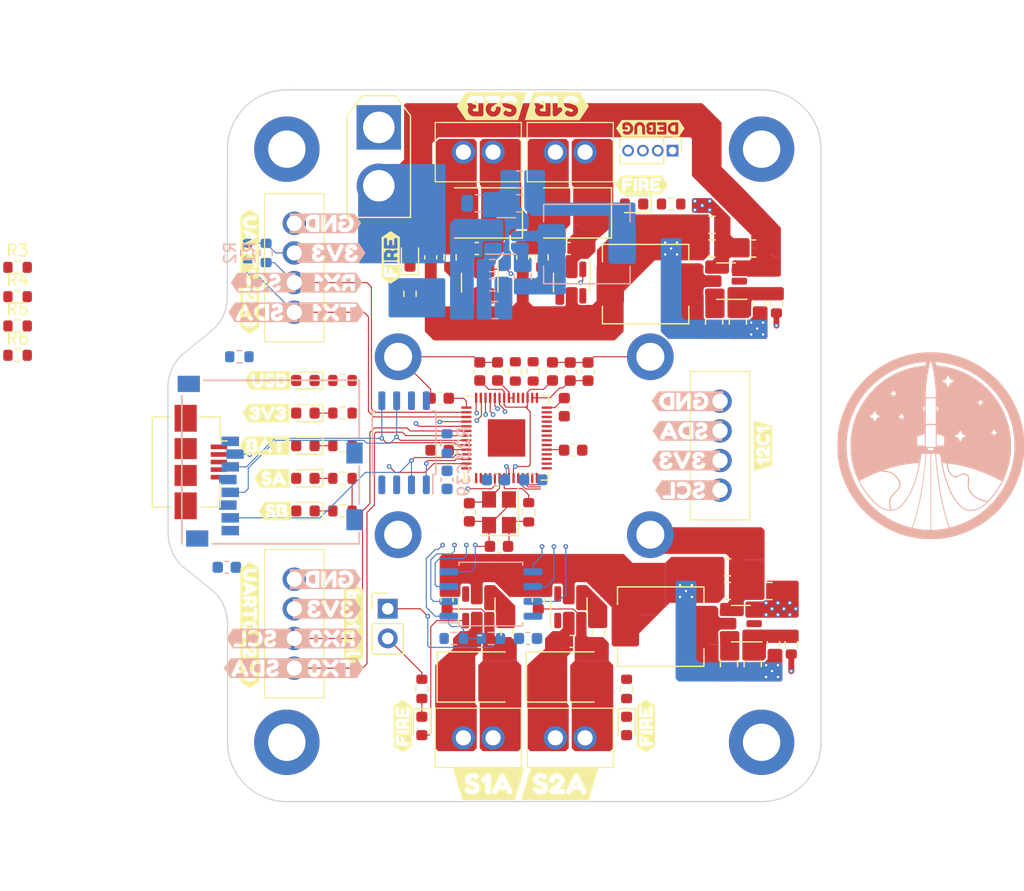
<source format=kicad_pcb>
(kicad_pcb (version 20221018) (generator pcbnew)
  (layers (0 "F.Cu" signal) (1 "In1.Cu" signal) (2 "In2.Cu" signal) (31 "B.Cu" signal) (34 "B.Paste" user) (35 "F.Paste" user) (36 "B.SilkS" user "B.Silkscreen") (37 "F.SilkS" user "F.Silkscreen") (38 "B.Mask" user) (39 "F.Mask" user) (44 "Edge.Cuts" user))
  (net 0 "")
  (net 1 "/solenoid driver A/SPWR_A")
  (net 2 "GND")
  (net 3 "+24V")
  (net 4 "/IO/S1A_P")
  (net 5 "/IO/S2A_P")
  (net 6 "/solenoid driver B/SPWR_B")
  (net 7 "/IO/S1B_P")
  (net 8 "/IO/S2B_P")
  (net 9 "/RP2040/XIN")
  (net 10 "Net-(C20-Pad1)")
  (net 11 "+1V1")
  (net 12 "+3V3")
  (net 13 "Net-(D5-K)")
  (net 14 "Net-(U4-ILIMIT)")
  (net 15 "/RP2040/XOUT")
  (net 16 "/RP2040/D+")
  (net 17 "/RP2040/ucd-")
  (net 18 "/RP2040/D-")
  (net 19 "/RP2040/ucd+")
  (net 20 "/RP2040/QSPI_SS")
  (net 21 "Net-(D8-K)")
  (net 23 "VBUS")
  (net 24 "/IO/SCL0{slash}RX0")
  (net 25 "/IO/SDA0{slash}TX0")
  (net 26 "/IO/SDA1")
  (net 27 "/IO/SCL1")
  (net 28 "/IO/SCL0{slash}RX1")
  (net 29 "/IO/SDA0{slash}TX1")
  (net 30 "Net-(D9-K)")
  (net 31 "/RP2040/SPI_CS_SD")
  (net 32 "/RP2040/SPI_CS_FLASH")
  (net 33 "/RP2040/SPI_SCK")
  (net 34 "/RP2040/SPI_COPI")
  (net 35 "/RP2040/SPI_CIPO")
  (net 36 "/IO/SWDIO")
  (net 37 "/IO/SWCLK")
  (net 38 "/RP2040/RUN")
  (net 39 "/RP2040/SOLENOID_1A")
  (net 40 "/RP2040/BUCK_EN_A")
  (net 41 "/RP2040/SOLENOID_2A")
  (net 42 "/RP2040/SOLENOID_1B")
  (net 43 "/RP2040/BUCK_EN_B")
  (net 44 "/RP2040/SOLENOID_2B")
  (net 45 "/RP2040/QSPI_SD3")
  (net 46 "/RP2040/QSPI_SCLK")
  (net 47 "/RP2040/QSPI_SD0")
  (net 48 "/RP2040/QSPI_SD2")
  (net 49 "/RP2040/QSPI_SD1")
  (net 51 "Net-(J2-Pin_1)")
  (net 52 "/RP2040/SPI_CS_EXTRA")
  (net 56 "Net-(D10-K)")
  (net 57 "Net-(D11-K)")
  (net 58 "Net-(D12-K)")
  (net 59 "Net-(D13-K)")
  (net 60 "Net-(D14-K)")
  (net 61 "Net-(D15-K)")
  (net 62 "Net-(U3-BST)")
  (net 63 "Net-(U3-SW)")
  (net 64 "Net-(U3-FB)")
  (net 65 "Net-(U6-BST)")
  (net 66 "Net-(U6-SW)")
  (net 67 "Net-(U6-FB)")
  (net 68 "Net-(U10-BST)")
  (net 69 "Net-(U10-SW)")
  (net 70 "Net-(U10-FB)")
  (net 71 "Net-(D7-K)")
  (net 72 "Net-(U2-ILIMIT)")
  (net 73 "Net-(U5-ILIMIT)")
  (net 74 "Net-(U7-ILIMIT)")
  (footprint "Capacitor_SMD:C_0603_1608Metric" (layer "F.Cu") (at 119.761 114.681 180)
    (fp_text reference "C31" hide)
    (fp_text value "100n" hide)
  )
  (footprint "Resistor_SMD:R_0603_1608Metric" (layer "F.Cu") (at 149.86 131.318 -90)
    (fp_text reference "R9" hide)
    (fp_text value "30.1" hide)
  )
  (footprint "ada_bno055:adafruit_bno055_nopins" (layer "F.Cu") (at 127 114.3)
    (fp_text reference "U1" hide)
    (fp_text value "~" hide)
  )
  (footprint "Capacitor_SMD:C_0603_1608Metric" (layer "F.Cu") (at 119.761 110.236 180)
    (fp_text reference "C25" hide)
    (fp_text value "100n" hide)
  )
  (footprint "Resistor_SMD:R_0603_1608Metric" (layer "F.Cu") (at 83.63 104.043)
    (fp_text reference "R5")
    (fp_text value "5k")
  )
  (footprint "Capacitor_SMD:C_0805_2012Metric" (layer "F.Cu") (at 144.526 132.969 -90)
    (fp_text reference "C4" hide)
    (fp_text value "100n" hide)
  )
  (footprint "LED_SMD:LED_0603_1608Metric" (layer "F.Cu") (at 118.237 138.303 -90)
    (fp_text reference "D12" hide)
    (fp_text value "LED" hide)
  )
  (footprint "Diode_SMD:D_SMB" (layer "F.Cu") (at 130.819 134.1065)
    (fp_text reference "D2" hide)
    (fp_text value "S2JTR" hide)
  )
  (footprint "Resistor_SMD:R_0603_1608Metric" (layer "F.Cu") (at 135.763 135.128 90)
    (fp_text reference "R31" hide)
    (fp_text value "5k" hide)
  )
  (footprint "Resistor_SMD:R_0603_1608Metric" (layer "F.Cu") (at 118.237 135.128 90)
    (fp_text reference "R29" hide)
    (fp_text value "5k" hide)
  )
  (footprint "Resistor_SMD:R_0603_1608Metric" (layer "F.Cu") (at 83.63 106.553)
    (fp_text reference "R6")
    (fp_text value "5k")
  )
  (footprint "Resistor_SMD:R_0603_1608Metric" (layer "F.Cu") (at 133.359 130.2965 -90)
    (fp_text reference "R10" hide)
    (fp_text value "473.6" hide)
  )
  (footprint "Package_DFN_QFN:QFN-56-1EP_7x7mm_P0.4mm_EP3.2x3.2mm" (layer "F.Cu") (at 125.4845 113.636)
    (fp_text reference "U8" hide)
    (fp_text value "RP2040" hide)
  )
  (footprint "Capacitor_SMD:C_0603_1608Metric" (layer "F.Cu") (at 128.204 127.508 -90)
    (fp_text reference "C6" hide)
    (fp_text value "1u" hide)
  )
  (footprint "LED_SMD:LED_0603_1608Metric" (layer "F.Cu") (at 117.221 98.171 90)
    (fp_text reference "D15" hide)
    (fp_text value "LED" hide)
  )
  (footprint "connector_molex_70543:molex_70543-0036_2pin" (layer "F.Cu") (at 123.063 89.154 180)
    (fp_text reference "J8" hide)
    (fp_text value "Conn_01x02_Pin" hide)
  )
  (footprint "kibuzzard-658C97C8" (layer "F.Cu") (at 147.447 114.3 90)
    (fp_text reference "kibuzzard-658C97C8" hide)
    (fp_text value "G***" hide)
  )
  (footprint "kibuzzard-658B4089" (layer "F.Cu") (at 112.395 129.54 -90)
    (fp_text reference "kibuzzard-658B4089" hide)
    (fp_text value "G***" hide)
  )
  (footprint "Package_TO_SOT_SMD:SOT-23-6" (layer "F.Cu") (at 144.272 100.203 180)
    (fp_text reference "U6" hide)
    (fp_text value "~" hide)
  )
  (footprint "Connector_AMASS:AMASS_XT30U-M_1x02_P5.0mm_Vertical" (layer "F.Cu") (at 114.554 87.035 -90)
    (fp_text reference "J3" hide)
    (fp_text value "Conn_01x02_Pin" hide)
  )
  (footprint "kibuzzard-658C8B8E" (layer "F.Cu") (at 137.414 138.303 90)
    (fp_text reference "kibuzzard-658C8B8E" hide)
    (fp_text value "G***" hide)
  )
  (footprint "Capacitor_SMD:C_0603_1608Metric" (layer "F.Cu") (at 120.396 127.508 -90)
    (fp_text reference "C1" hide)
    (fp_text value "1u" hide)
  )
  (footprint "kibuzzard-658C8AE5" (layer "F.Cu") (at 104.902 111.506)
    (fp_text reference "kibuzzard-658C8AE5" hide)
    (fp_text value "G***" hide)
  )
  (footprint "LED_SMD:LED_0603_1608Metric" (layer "F.Cu") (at 108.267 114.3 180)
    (fp_text reference "D7" hide)
    (fp_text value "LED" hide)
  )
  (footprint "kibuzzard-658B3F46" (layer "F.Cu") (at 103.505 132.842 -90)
    (fp_text reference "kibuzzard-658B3F46" hide)
    (fp_text value "G***" hide)
  )
  (footprint "LED_SMD:LED_0603_1608Metric" (layer "F.Cu") (at 108.267 108.712 180)
    (fp_text reference "D9" hide)
    (fp_text value "LED" hide)
  )
  (footprint "Resistor_SMD:R_0603_1608Metric" (layer "F.Cu") (at 148.336 131.318 90)
    (fp_text reference "R8" hide)
    (fp_text value "422" hide)
  )
  (footprint "Connector_PinHeader_1.27mm:PinHeader_1x04_P1.27mm_Vertical" (layer "F.Cu") (at 139.7 89.027 -90)
    (fp_text reference "J11" hide)
    (fp_text value "Conn_01x04_Pin" hide)
  )
  (footprint "kibuzzard-658C978A" (layer "F.Cu") (at 123.952 143.256)
    (fp_text reference "kibuzzard-658C978A" hide)
    (fp_text value "G***" hide)
  )
  (footprint "Resistor_SMD:R_0603_1608Metric" (layer "F.Cu") (at 120.65 98.171 90)
    (fp_text reference "R14" hide)
    (fp_text value "473.6" hide)
  )
  (footprint "Resistor_SMD:R_0603_1608Metric" (layer "F.Cu") (at 83.63 101.533)
    (fp_text reference "R4")
    (fp_text value "5k")
  )
  (footprint "Capacitor_SMD:C_0805_2012Metric" (layer "F.Cu") (at 144.399 124.714)
    (fp_text reference "C7" hide)
    (fp_text value "22u" hide)
  )
  (footprint "LED_SMD:LED_0603_1608Metric" (layer "F.Cu") (at 136.398 93.599 180)
    (fp_text reference "D13" hide)
    (fp_text value "LED" hide)
  )
  (footprint "Connector_PinHeader_2.54mm:PinHeader_1x02_P2.54mm_Vertical" (layer "F.Cu") (at 115.316 128.265)
    (fp_text reference "J2" hide)
    (fp_text value "Conn_01x02" hide)
  )
  (footprint "kibuzzard-658CA21E" (layer "F.Cu") (at 137.795 87.122 180)
    (fp_text reference "kibuzzard-658CA21E" hide)
    (fp_text value "G***" hide)
  )
  (footprint "Diode_SMD:D_SMB" (layer "F.Cu") (at 123.203 134.1065)
    (fp_text reference "D1" hide)
    (fp_text value "S2JTR" hide)
  )
  (footprint "connector_molex_70543:molex_70543-0038_4pin" (layer "F.Cu") (at 107.315 99.06 -90)
    (fp_text reference "J10" hide)
    (fp_text value "Conn_01x04_Pin" hide)
  )
  (footprint "Resistor_SMD:R_0603_1608Metric" (layer "F.Cu") (at 127.381 120.002 -90)
    (fp_text reference "R15" hide)
    (fp_text value "1k" hide)
  )
  (footprint "Resistor_SMD:R_0603_1608Metric" (layer "F.Cu") (at 148.59 102.108 -90)
    (fp_text reference "R13" hide)
    (fp_text value "30.1" hide)
  )
  (footprint "Capacitor_SMD:C_0603_1608Metric" (layer "F.Cu") (at 126.873 98.171 90)
    (fp_text reference "C10" hide)
    (fp_text value "1u" hide)
  )
  (footprint "Resistor_SMD:R_0603_1608Metric" (layer "F.Cu") (at 128.524 98.171 90)
    (fp_text reference "R11" hide)
    (fp_text value "473.6" hide)
  )
  (footprint "Capacitor_SMD:C_0603_1608Metric" (layer "F.Cu") (at 130.937 107.95 90)
    (fp_text reference "C29" hide)
    (fp_text value "100n" hide)
  )
  (footprint "Resistor_SMD:R_0603_1608Metric" (layer "F.Cu") (at 125.546 130.2965 -90)
    (fp_text reference "R7" hide)
    (fp_text value "473.6" hide)
  )
  (footprint "Connector_USB:USB_Micro-B_Amphenol_10104110_Horizontal" (layer "F.Cu") (at 99.314 115.697 -90)
    (fp_text reference "J1" hide)
    (fp_text value "USB_A" hide)
  )
  (footprint "Package_TO_SOT_SMD:SOT-23-6" (layer "F.Cu") (at 123.19 100.33 -90)
    (fp_text reference "U7" hide)
    (fp_text value "~" hide)
  )
  (footprint "Resistor_SMD:R_0603_1608Metric" (layer "F.Cu") (at 127.762 107.937 -90)
    (fp_text reference "R17" hide)
    (fp_text value "27" hide)
  )
  (footprint "Capacitor_SMD:C_0603_1608Metric" (layer "F.Cu") (at 130.81 97.409 180)
    (fp_text reference "C12" hide)
    (fp_text value "10u" hide)
  )
  (footprint "Resistor_SMD:R_0603_1608Metric" (layer "F.Cu") (at 147.066 102.108 90)
    (fp_text reference "R12" hide)
    (fp_text value "422" hide)
  )
  (footprint "Capacitor_SMD:C_0805_2012Metric" (layer "F.Cu") (at 146.558 97.409 180)
    (fp_text reference "C11" hide)
    (fp_text value "10u" hide)
  )
  (footprint "kibuzzard-658C8AFA" (layer "F.Cu") (at 105.664 119.888)
    (fp_text reference "kibuzzard-658C8AFA" hide)
    (fp_text value "G***" hide)
  )
  (footprint "Package_TO_SOT_SMD:SOT-23-6" (layer "F.Cu") (at 122.936 128.143 90)
    (fp_text reference "U2" hide)
    (fp_text value "~" hide)
  )
  (footprint "MountingHole:MountingHole_3.2mm_M3_DIN965_Pad" (layer "F.Cu") (at 147.32 88.9)
    (fp_text reference "REF**" hide)
    (fp_text value "MountingHole_3.2mm_M3_DIN965_Pad" hide)
  )
  (footprint "kibuzzard-658C8B8E" (layer "F.Cu") (at 116.586 138.303 90)
    (fp_text reference "kibuzzard-658C8B8E" hide)
    (fp_text value "G***" hide)
  )
  (footprint "kibuzzard-658B3C43" (layer "F.Cu") (at 129.794 85.217 180)
    (fp_text reference "kibuzzard-658B3C43" hide)
    (fp_text value "G***" hide)
  )
  (footprint "Resistor_SMD:R_0603_1608Metric" (layer "F.Cu") (at 111.442 108.712)
    (fp_text reference "R26" hide)
    (fp_text value "5k" hide)
  )
  (footprint "Resistor_SMD:R_0603_1608Metric" (layer "F.Cu") (at 111.442 114.3)
    (fp_text reference "R24" hide)
    (fp_text value "5k" hide)
  )
  (footprint "Capacitor_SMD:C_0603_1608Metric" (layer "F.Cu") (at 123.19 131.064)
    (fp_text reference "C3" hide)
    (fp_text value "10u" hide)
  )
  (footprint "kibuzzard-658C8B8E" (layer "F.Cu") (at 115.57 98.171 90)
    (fp_text reference "kibuzzard-658C8B8E" hide)
    (fp_text value "G***" hide)
  )
  (footprint "Resistor_SMD:R_0603_1608Metric" (layer "F.Cu") (at 83.63 99.023)
    (fp_text reference "R3")
    (fp_text value "5k")
  )
  (footprint "connector_molex_70543:molex_70543-0038_4pin" (layer "F.Cu") (at 143.764 114.3 -90)
    (fp_text reference "J7" hide)
    (fp_text value "Conn_01x04_Pin" hide)
  )
  (footprint "Capacitor_SMD:C_0805_2012Metric" (layer "F.Cu") (at 144.399 126.746)
    (fp_text reference "C8" hide)
    (fp_text value "22u" hide)
  )
  (footprint "kibuzzard-658B3C48" (layer "F.Cu") (at 124.206 85.217 180)
    (fp_text reference "kibuzzard-658B3C48" hide)
    (fp_text value "G***" hide)
  )
  (footprint "Capacitor_SMD:C_0603_1608Metric" (layer "F.Cu") (at 132.461 107.95 90)
    (fp_text reference "C26" hide)
    (fp_text value "100n" hide)
  )
  (footprint "kibuzzard-658C9778" (layer "F.Cu") (at 130.048 143.256)
    (fp_text reference "kibuzzard-658C9778" hide)
    (fp_text value "G***" hide)
  )
  (footprint "Capacitor_SMD:C_0603_1608Metric" (layer "F.Cu") (at 131.191 114.681)
    (fp_text reference "C30" hide)
    (fp_text value "100n" hide)
  )
  (footprint "Capacitor_SMD:C_0603_1608Metric" (layer "F.Cu") (at 124.841 122.923 180)
    (fp_text reference "C20" hide)
    (fp_text value "27p" hide)
  )
  (footprint "Capacitor_SMD:C_0603_1608Metric" (layer "F.Cu") (at 118.999 98.171 90)
    (fp_text reference "C15" hide)
    (fp_text value "1u" hide)
  )
  (footprint "Capacitor_SMD:C_0805_2012Metric" (layer "F.Cu") (at 145.288 103.632 90)
    (fp_text reference "C14" hide)
    (fp_text value "12p" hide)
  )
  (footprint "Diode_SMD:D_SMB" (layer "F.Cu") (at 130.81 94.361 180)
    (fp_text reference "D3" hide)
    (fp_text value "S2JTR" hide)
  )
  (footprint "Resistor_SMD:R_0603_1608Metric" (layer "F.Cu") (at 139.573 93.599)
    (fp_text reference "R30" hide)
    (fp_text value "5k" hide)
  )
  (footprint "kibuzzard-658C8ADE" (layer "F.Cu") (at 105.029 108.712)
    (fp_text reference "kibuzzard-658C8ADE" hide)
    (fp_text value "G***" hide)
  )
  (footprint "Resistor_SMD:R_0603_1608Metric" (layer "F.Cu") (at 111.442 117.094)
    (fp_text reference "R27" hide)
    (fp_text value "5k" hide)
  )
  (footprint "Capacitor_SMD:C_0603_1608Metric" (layer "F.Cu") (at 123.19 107.937 90)
    (fp_text reference "C22" hide)
    (fp_text value "100n" hide)
  )
  (footprint "Resistor_SMD:R_0603_1608Metric" (layer "F.Cu") (at 111.442 119.888)
    (fp_text reference "R28" hide)
    (fp_text value "5k" hide)
  )
  (footprint "MountingHole:MountingHole_3.2mm_M3_DIN965_Pad" (layer "F.Cu") (at 106.68 88.9)
    (fp_text reference "REF**" hide)
    (fp_text value "MountingHole_3.2mm_M3_DIN965_Pad" hide)
  )
  (footprint "connector_molex_70543:molex_70543-0036_2pin" (layer "F.Cu") (at 123.063 139.319)
    (fp_text reference "J4" hide)
    (fp_text value "Conn_01x02_Pin" hide)
  )
  (footprint "kibuzzard-658C8AF6" (layer "F.Cu") (at 105.41 117.094)
    (fp_text reference "kibuzzard-658C8AF6" hide)
    (fp_text value "G***" hide)
  )
  (footprint "Capacitor_SMD:C_0805_2012Metric" (layer "F.Cu") (at 143.068 97.409)
    (fp_text reference "C16" hide)
    (fp_text value "22u" hide)
  )
  (footprint "Capacitor_SMD:C_0603_1608Metric" (layer "F.Cu") (at 129.413 107.937 90)
    (fp_text reference "C23" hide)
    (fp_text value "1u" hide)
  )
  (footprint "Capacitor_SMD:C_0603_1608Metric" (layer "F.Cu") (at 131.064 131.064)
    (fp_text reference "C9" hide)
    (fp_text value "10u" hide)
  )
  (footprint "Capacitor_SMD:C_0805_2012Metric" (layer "F.Cu") (at 147.955 126.746 180)
    (fp_text reference "C2" hide)
    (fp_text value "10u" hide)
  )
  (footprint "Package_TO_SOT_SMD:SOT-23-6" (layer "F.Cu") (at 130.819 128.1375 90)
    (fp_text reference "U4" hide)
    (fp_text value "~" hide)
  )
  (footprint "Package_TO_SOT_SMD:SOT-23-6" (layer "F.Cu") (at 145.542 129.54 180)
    (fp_text reference "U3" hide)
    (fp_text value "~" hide)
  )
  (footprint "Resistor_SMD:R_0603_1608Metric" (layer "F.Cu") (at 117.221 101.283 -90)
    (fp_text reference "R32" hide)
    (fp_text value "5k" hide)
  )
  (footprint "MountingHole:MountingHole_3.2mm_M3_DIN965_Pad" (layer "F.Cu") (at 147.32 139.7)
    (fp_text reference "REF**" hide)
    (fp_text value "MountingHole_3.2mm_M3_DIN965_Pad" hide)
  )
  (footprint "LED_SMD:LED_0603_1608Metric" (layer "F.Cu") (at 108.267 111.506 180)
    (fp_text reference "D8" hide)
    (fp_text value "LED" hide)
  )
  (footprint "LED_SMD:LED_0603_1608Metric" (layer "F.Cu") (at 108.276 119.888 180)
    (fp_text reference "D11" hide)
    (fp_text value "LED" hide)
  )
  (footprint "kibuzzard-658B3FA3" (layer "F.Cu") (at 103.505 97.155 -90)
    (fp_text reference "kibuzzard-658B3FA3" hide)
    (fp_text value "G***" hide)
  )
  (footprint "Inductor_SMD:L_Abracon_ASPI-0630LR" (layer "F.Cu") (at 137.391 100.457 180)
    (fp_text reference "L2" hide)
    (fp_text value "10u" hide)
  )
  (footprint "LED_SMD:LED_0603_1608Metric" (layer "F.Cu") (at 135.763 138.303 -90)
    (fp_text reference "D14" hide)
    (fp_text value "LED" hide)
  )
  (footprint "kibuzzard-658C8AED" (layer "F.Cu") (at 104.775 114.3)
    (fp_text reference "kibuzzard-658C8AED" hide)
    (fp_text value "G***" hide)
  )
  (footprint "Capacitor_SMD:C_0805_2012Metric" (layer "F.Cu") (at 146.558 132.969 90)
    (fp_text reference "C5" hide)
    (fp_text value "12p" hide)
  )
  (footprint "Package_TO_SOT_SMD:SOT-23-6" (layer "F.Cu") (at 131.064 100.3245 -90)
    (fp_text reference "U5" hide)
    (fp_text value "~" hide)
  )
  (footprint "Diode_SMD:D_SMB" (layer "F.Cu") (at 123.19 94.361 180)
    (fp_text reference "D4" hide)
    (fp_text value "S2JTR" hide)
  )
  (footprint "connector_molex_70543:molex_70543-0038_4pin" (layer "F.Cu") (at 107.315 129.54 -90)
    (fp_text reference "J6" hide)
    (fp_text value "Conn_01x04_Pin" hide)
  )
  (footprint "kibuzzard-658C8B8E" (layer "F.Cu") (at 137.033 91.948)
    (fp_text reference "kibuzzard-658C8B8E" hide)
    (fp_text value "G***" hide)
  )
  (footprint "Crystal:Crystal_SMD_3225-4Pin_3.2x2.5mm" (layer "F.Cu") (at 124.841 120.002 90)
    (fp_text reference "Y1" hide)
    (fp_text value "Crystal_GND24" hide)
  )
  (footprint "Capacitor_SMD:C_0805_2012Metric" (layer "F.Cu") (at 143.068 95.377)
    (fp_text reference "C17" hide)
    (fp_text value "22u" hide)
  )
  (footprint "Capacitor_SMD:C_0603_1608Metric" (layer "F.Cu") (at 130.429 110.998 -90)
    (fp_text reference "C27" hide)
    (fp_text value "100n" hide)
  )
  (footprint "kibuzzard-658B3F46" (layer "F.Cu") (at 103.505 102.489 -90)
    (fp_text reference "kibuzzard-658B3F46" hide)
    (fp_text value "G***" hide)
  )
  (footprint "Capacitor_SMD:C_0805_2012Metric" (layer "F.Cu") (at 143.256 103.632 -90)
    (fp_text reference "C13" hide)
    (fp_text value "100n" hide)
  )
  (footprint "kibuzzard-658B3F43" (layer "F.Cu") (at 103.505 127.508 -90)
    (fp_text reference "kibuzzard-658B3F43" hide)
    (fp_text value "G***" hide)
  )
  (footprint "Inductor_SMD:L_Abracon_ASPI-0630LR" (layer "F.Cu") (at 138.684 129.794 180)
    (fp_text reference "L1" hide)
    (fp_text value "10u" hide)
  )
  (footprint "Resistor_SMD:R_0603_1608Metric" (layer "F.Cu") (at 126.238 107.937 -90)
    (fp_text reference "R16" hide)
    (fp_text value "27" hide)
  )
  (footprint "Resistor_SMD:R_0603_1608Metric" (layer "F.Cu") (at 111.442 111.506)
    (fp_text reference "R25" hide)
    (fp_text value "1k" hide)
  )
  (footprint "connector_molex_70543:molex_70543-0036_2pin" (layer "F.Cu") (at 130.937 139.319)
    (fp_text reference "J5" hide)
    (fp_text value "Conn_01x02_Pin" hide)
  )
  (footprint "LED_SMD:LED_0603_1608Metric" (layer "F.Cu") (at 108.267 117.094 180)
    (fp_text reference "D10" hide)
    (fp_text value "LED" hide)
  )
  (footprint "Capacitor_SMD:C_0603_1608Metric" (layer "F.Cu") (at 122.936 97.409 180)
    (fp_text reference "C18" hide)
    (fp_text value "10u" hide)
  )
  (footprint "Capacitor_SMD:C_0603_1608Metric" (layer "F.Cu") (at 122.301 120.002 -90)
    (fp_text reference "C19" hide)
    (fp_text value "27p" hide)
  )
  (footprint "Capacitor_SMD:C_0603_1608Metric" (layer "F.Cu") (at 124.714 107.937 90)
    (fp_text reference "C28" hide)
    (fp_text value "100n" hide)
  )
  (footprint "connector_molex_70543:molex_70543-0036_2pin" (layer "F.Cu") (at 130.937 89.154 180)
    (fp_text reference "J9" hide)
    (fp_text value "Conn_01x02_Pin" hide)
  )
  (footprint "MountingHole:MountingHole_3.2mm_M3_DIN965_Pad" (layer "F.Cu") (at 106.68 139.7)
    (fp_text reference "REF**" hide)
    (fp_text value "MountingHole_3.2mm_M3_DIN965_Pad" hide)
  )
  (footprint "Package_SO:SOIC-8_5.23x5.23mm_P1.27mm" (layer "B.Cu") (at 124.143 127)
    (fp_text reference "U9" hide)
    (fp_text value "W25Q128JVS" hide)
  )
  (footprint "TO-227:TO-277-D" (layer "B.Cu") (at 120.668 101.631 180)
    (fp_text reference "D6" hide)
    (fp_text value "MBR10" hide)
  )
  (footprint "Capacitor_SMD:C_0805_2012Metric" (layer "B.Cu") (at 126.619 91.506 180)
    (fp_text reference "C36" hide)
    (fp_text value "22u" hide)
  )
  (footprint "TO-227:TO-277-D" (layer "B.Cu") (at 120.668 96.932 180)
    (fp_text reference "D5" hide)
    (fp_text value "MBR10" hide)
  )
  (footprint "kibuzzard-658C8CB0" (layer "B.Cu") (at 104.648 102.87 180)
    (fp_text reference "kibuzzard-658C8CB0" hide)
    (fp_text value "G***" hide)
  )
  (footprint "Resistor_SMD:R_0603_1608Metric" (layer "B.Cu") (at 102.616 106.68)
    (fp_text reference "R22" hide)
    (fp_text value "4.7k" hide)
  )
  (footprint "Capacitor_SMD:C_0603_1608Metric" (layer "B.Cu") (at 127.318 130.81 180)
    (fp_text reference "C32" hide)
    (fp_text value "100n" hide)
  )
  (footprint "Capacitor_SMD:C_0603_1608Metric" (layer "B.Cu") (at 127.762 117.221)
    (fp_text reference "C21" hide)
    (fp_text value "100n" hide)
  )
  (footprint "kibuzzard-658C8CFC" (layer "B.Cu") (at 110.109 128.27 180)
    (fp_text reference "kibuzzard-658C8CFC" hide)
    (fp_text value "G***" hide)
  )
  (footprint "Symbol:UMRT_16x16" (layer "B.Cu") (at 161.798 114.3 180)
    (fp_text reference "G***" hide)
    (fp_text value "LOGO" hide)
  )
  (footprint "Capacitor_SMD:C_0805_2012Metric" (layer "B.Cu") (at 126.873 99.822 -90)
    (fp_text reference "C34" hide)
    (fp_text value "100n" hide)
  )
  (footprint "kibuzzard-658C8CFC" (layer "B.Cu") (at 110.49 97.79 180)
    (fp_text reference "kibuzzard-658C8CFC" hide)
    (fp_text value "G***" hide)
  )
  (footprint "Resistor_SMD:R_0603_1608Metric" (layer "B.Cu") (at 120.968 130.81)
    (fp_text reference "R19" hide)
    (fp_text value "DNF" hide)
  )
  (footprint "Capacitor_SMD:C_0805_2012Metric" (layer "B.Cu") (at 124.485 102.682 180)
    (fp_text reference "C35" hide)
    (fp_text value "56p" hide)
  )
  (footprint "kibuzzard-658C8CB0" (layer "B.Cu") (at 104.267 133.35 180)
    (fp_text reference "kibuzzard-658C8CB0" hide)
    (fp_text value "G***" hide)
  )
  (footprint "Capacitor_SMD:C_0603_1608Metric" (layer "B.Cu") (at 124.574 117.221 180)
    (fp_text reference "C24" hide)
    (fp_text value "1u" hide)
  )
  (footprint "kibuzzard-658C8D18" (layer "B.Cu") (at 110.49 102.87 180)
    (fp_text reference "kibuzzard-658C8D18" hide)
    (fp_text value "G***" hide)
  )
  (footprint "Resistor_SMD:R_0603_1608Metric" (layer "B.Cu") (at 120.396 114.109 90)
    (fp_text reference "R23")
    (fp_text value "4.7k")
  )
  (footprint "Resistor_SMD:R_0603_1608Metric" (layer "B.Cu") (at 104.902 97.79 -90)
    (fp_text reference "R1")
    (fp_text value "5k")
  )
  (footprint "kibuzzard-658C9748" (layer "B.Cu") (at 110.236 130.81 180)
    (fp_text reference "kibuzzard-658C9748" hide)
    (fp_text value "G***" hide)
  )
  (footprint "Resistor_SMD:R_0603_1608Metric" (layer "B.Cu") (at 124.27075 100.523 180)
    (fp_text reference "R20" hide)
    (fp_text value "93.1k" hide)
  )
  (footprint "kibuzzard-658C8CF0" (layer "B.Cu") (at 109.982 95.25 180)
    (fp_text reference "kibuzzard-658C8CF0" hide)
    (fp_text value "G***" hide)
  )
  (footprint "Inductor_SMD:L_Abracon_ASPI-0630LR" (layer "B.Cu") (at 132.359 97.028)
    (fp_text reference "L3" hide)
    (fp_text value "4.7u" hide)
  )
  (footprint "Capacitor_SMD:C_0603_1608Metric" (layer "B.Cu") (at 120.396 117.221 90)
    (fp_text reference "C39")
    (fp_text value "100n")
  )
  (footprint "Package_TO_SOT_SMD:SOT-23-6" (layer "B.Cu") (at 125.476 96.332)
    (fp_text reference "U10" hide)
    (fp_text value "~" hide)
  )
  (footprint "Package_SO:SOIC-8_5.23x5.23mm_P1.27mm" (layer "B.Cu") (at 116.713 114.046 90)
    (fp_text reference "U11" hide)
    (fp_text value "W25Q32JVSS" hide)
  )
  (footprint "kibuzzard-658C9743" (layer "B.Cu") (at 110.236 133.35 180)
    (fp_text reference "kibuzzard-658C9743" hide)
    (fp_text value "G***" hide)
  )
  (footprint "kibuzzard-658C8CF0" (layer "B.Cu") (at 109.982 125.73 180)
    (fp_text reference "kibuzzard-658C8CF0" hide)
    (fp_text value "G***" hide)
  )
  (footprint "kibuzzard-658C8C94" (layer "B.Cu") (at 104.648 100.33 180)
    (fp_text reference "kibuzzard-658C8C94" hide)
    (fp_text value "G***" hide)
  )
  (footprint "kibuzzard-658C8C94" (layer "B.Cu") (at 104.267 130.81 180)
    (fp_text reference "kibuzzard-658C8C94" hide)
    (fp_text value "G***" hide)
  )
  (footprint "Capacitor_SMD:C_0603_1608Metric" (layer "B.Cu") (at 101.536 124.714)
    (fp_text reference "C38" hide)
    (fp_text value "100n" hide)
  )
  (footprint "kibuzzard-658C8C94" (layer "B.Cu") (at 140.97 118.11 180)
    (fp_text reference "kibuzzard-658C8C94" hide)
    (fp_text value "G***" hide)
  )
  (footprint "kibuzzard-658C8CB5" (layer "B.Cu") (at 140.843 115.57 180)
    (fp_text reference "kibuzzard-658C8CB5" hide)
    (fp_text value "G***" hide)
  )
  (footprint "kibuzzard-658C8D14" (layer "B.Cu") (at 110.49 100.33 180)
    (fp_text reference "kibuzzard-658C8D14" hide)
    (fp_text value "G***" hide)
  )
  (footprint "Resistor_SMD:R_0603_1608Metric" (layer "B.Cu") (at 124.143 130.81)
    (fp_text reference "R18" hide)
    (fp_text value "1k" hide)
  )
  (footprint "Capacitor_SMD:C_0805_2012Metric" (layer "B.Cu") (at 123.063 93.538)
    (fp_text reference "C33" hide)
    (fp_text value "10u" hide)
  )
  (footprint "Capacitor_SMD:C_0805_2012Metric" (layer "B.Cu") (at 126.619 93.538 180)
    (fp_text reference "C37" hide)
    (fp_text value "22u" hide)
  )
  (footprint "Resistor_SMD:R_0603_1608Metric" (layer "B.Cu") (at 124.27075 98.872)
    (fp_text reference "R21" hide)
    (fp_text value "30.1k" hide)
  )
  (footprint "Resistor_SMD:R_0603_1608Metric" (layer "B.Cu") (at 103.251 97.79 -90)
    (fp_text reference "R2")
    (fp_text value "5k")
  )
  (footprint "kibuzzard-658C8CBA" (layer "B.Cu") (at 140.97 110.49 180)
    (fp_text reference "kibuzzard-658C8CBA" hide)
    (fp_text value "G***" hide)
  )
  (footprint "kibuzzard-658C8CB0" (layer "B.Cu") (at 140.97 113.03 180)
    (fp_text reference "kibuzzard-658C8CB0" hide)
    (fp_text value "G***" hide)
  )
  (footprint "SD:CONN_3M_2900" (layer "B.Cu") (at 105.283 115.697 -90)
    (fp_text reference "J12" hide)
    (fp_text value "Micro_SD_Card" hide)
  )
  (gr_line (start 127 144.78) (end 147.32 144.78) (stroke (width 0.1)) (layer "Edge.Cuts"))
  (gr_line (start 96.52 121.92) (end 96.498494 115.548494) (stroke (width 0.1)) (layer "Edge.Cuts"))
  (gr_line (start 101.6 88.9) (end 101.578494 101.578494) (stroke (width 0.1)) (layer "Edge.Cuts"))
  (gr_line (start 127 83.82) (end 147.32 83.82) (stroke (width 0.1)) (layer "Edge.Cuts"))
  (gr_line (start 101.6 139.7) (end 101.6 129.54) (stroke (width 0.1)) (layer "Edge.Cuts"))
  (gr_line (start 127 83.82) (end 106.68 83.82) (stroke (width 0.1)) (layer "Edge.Cuts"))
  (gr_arc (start 101.578494 101.578494) (mid 101.288475 103.036518) (end 100.462571 104.272571) (stroke (width 0.1)) (layer "Edge.Cuts"))
  (gr_line (start 96.498494 109.198494) (end 96.498494 115.548494) (stroke (width 0.1)) (layer "Edge.Cuts"))
  (gr_arc (start 147.32 83.82) (mid 150.912102 85.307898) (end 152.4 88.9) (stroke (width 0.1)) (layer "Edge.Cuts"))
  (gr_arc (start 97.678935 124.571065) (mid 96.849161 123.354956) (end 96.520001 121.92) (stroke (width 0.1)) (layer "Edge.Cuts"))
  (gr_arc (start 101.6 88.9) (mid 103.087898 85.307898) (end 106.68 83.82) (stroke (width 0.1)) (layer "Edge.Cuts"))
  (gr_arc (start 100.484077 126.845923) (mid 101.309981 128.081976) (end 101.6 129.54) (stroke (width 0.1)) (layer "Edge.Cuts"))
  (gr_line (start 152.4 88.9) (end 152.4 139.7) (stroke (width 0.1)) (layer "Edge.Cuts"))
  (gr_line (start 127 144.78) (end 106.68 144.78) (stroke (width 0.1)) (layer "Edge.Cuts"))
  (gr_arc (start 106.68 144.78) (mid 103.087898 143.292102) (end 101.6 139.7) (stroke (width 0.1)) (layer "Edge.Cuts"))
  (gr_line (start 97.678935 124.571065) (end 100.484077 126.845923) (stroke (width 0.1)) (layer "Edge.Cuts"))
  (gr_line (start 97.657429 106.547429) (end 100.462571 104.272571) (stroke (width 0.1)) (layer "Edge.Cuts"))
  (gr_arc (start 152.4 139.7) (mid 150.912102 143.292102) (end 147.32 144.78) (stroke (width 0.1)) (layer "Edge.Cuts"))
  (gr_arc (start 96.498494 109.198494) (mid 96.827655 107.763538) (end 97.657429 106.547429) (stroke (width 0.1)) (layer "Edge.Cuts"))
  (via (at 141.351 127.254) (size 0.4) (drill 0.2) (layers "F.Cu" "B.Cu") (net 1))
  (via (at 140.335 127.254) (size 0.4) (drill 0.2) (layers "F.Cu" "B.Cu") (net 1))
  (via (at 141.351 126.238) (size 0.4) (drill 0.2) (layers "F.Cu" "B.Cu") (net 1))
  (via (at 147.701 133.096) (size 0.4) (drill 0.2) (layers "F.Cu" "B.Cu") (net 1))
  (via (at 148.209 133.604) (size 0.4) (drill 0.2) (layers "F.Cu" "B.Cu") (net 1))
  (via (at 148.717 133.096) (size 0.4) (drill 0.2) (layers "F.Cu" "B.Cu") (net 1))
  (via (at 148.717 134.112) (size 0.4) (drill 0.2) (layers "F.Cu" "B.Cu") (net 1))
  (via (at 140.843 126.746) (size 0.4) (drill 0.2) (layers "F.Cu" "B.Cu") (net 1))
  (via (at 140.335 126.238) (size 0.4) (drill 0.2) (layers "F.Cu" "B.Cu") (net 1))
  (via (at 147.701 134.112) (size 0.4) (drill 0.2) (layers "F.Cu" "B.Cu") (net 1))
  (segment (start 120.396 128.283) (end 123.33 128.283) (width 0.09) (layer "F.Cu") (net 2))
  (segment (start 131.204 128.283) (end 131.769 128.848) (width 0.09) (layer "F.Cu") (net 2))
  (segment (start 123.19 107.162) (end 122.708 106.68) (width 0.09) (layer "F.Cu") (net 2))
  (segment (start 123.571 120.777) (end 122.301 120.777) (width 0.09) (layer "F.Cu") (net 2))
  (segment (start 123.886 128.839) (end 123.886 129.2805) (width 0.09) (layer "F.Cu") (net 2))
  (segment (start 122.923 122.923) (end 122.809 122.809) (width 0.09) (layer "F.Cu") (net 2))
  (segment (start 118.986 109.461) (end 116.205 106.68) (width 0.09) (layer "F.Cu") (net 2))
  (segment (start 124.4845 117.7045) (end 124.206 117.983) (width 0.09) (layer "F.Cu") (net 2))
  (segment (start 123.33 128.283) (end 123.886 128.839) (width 0.09) (layer "F.Cu") (net 2))
  (segment (start 123.991 121.102) (end 123.991 122.848) (width 0.09) (layer "F.Cu") (net 2))
  (segment (start 124.066 122.923) (end 122.923 122.923) (width 0.09) (layer "F.Cu") (net 2))
  (segment (start 128.204 128.283) (end 131.204 128.283) (width 0.09) (layer "F.Cu") (net 2))
  (segment (start 130.924 107.162) (end 130.937 107.175) (width 0.09) (layer "F.Cu") (net 2))
  (segment (start 123.896 121.102) (end 123.571 120.777) (width 0.09) (layer "F.Cu") (net 2))
  (segment (start 122.708 106.68) (end 116.205 106.68) (width 0.09) (layer "F.Cu") (net 2))
  (segment (start 123.991 122.848) (end 124.066 122.923) (width 0.09) (layer "F.Cu") (net 2))
  (segment (start 129.413 107.162) (end 130.924 107.162) (width 0.09) (layer "F.Cu") (net 2))
  (segment (start 148.59 102.933) (end 148.59 104.013) (width 0.508) (layer "F.Cu") (net 2))
  (segment (start 125.691 118.902) (end 125.691 119.402) (width 0.09) (layer "F.Cu") (net 2))
  (segment (start 131.769 128.848) (end 131.769 129.275) (width 0.09) (layer "F.Cu") (net 2))
  (segment (start 132.956 106.68) (end 137.795 106.68) (width 0.09) (layer "F.Cu") (net 2))
  (segment (start 112.267 117.094) (end 112.267 119.888) (width 0.09) (layer "F.Cu") (net 2))
  (segment (start 118.237 134.303) (end 118.237 133.726) (width 0.09) (layer "F.Cu") (net 2))
  (segment (start 124.4845 117.0735) (end 124.4845 117.7045) (width 0.09) (layer "F.Cu") (net 2))
  (segment (start 123.991 121.102) (end 123.896 121.102) (width 0.09) (layer "F.Cu") (net 2))
  (segment (start 130.937 107.175) (end 132.461 107.175) (width 0.09) (layer "F.Cu") (net 2))
  (segment (start 118.986 110.236) (end 118.986 109.461) (width 0.09) (layer "F.Cu") (net 2))
  (segment (start 149.86 132.143) (end 149.86 133.604) (width 0.508) (layer "F.Cu") (net 2))
  (segment (start 125.691 119.402) (end 123.991 121.102) (width 0.09) (layer "F.Cu") (net 2))
  (segment (start 123.19 107.162) (end 124.714 107.162) (width 0.09) (layer "F.Cu") (net 2))
  (segment (start 118.237 133.726) (end 115.316 130.805) (width 0.09) (layer "F.Cu") (net 2))
  (segment (start 132.461 107.175) (end 132.956 106.68) (width 0.09) (layer "F.Cu") (net 2))
  (segment (start 124.206 117.983) (end 122.174 117.983) (width 0.09) (layer "F.Cu") (net 2))
  (via (at 122.809 122.809) (size 0.4) (drill 0.2) (layers "F.Cu" "B.Cu") (net 2))
  (via (at 142.24 93.726) (size 0.4) (drill 0.2) (layers "F.Cu" "B.Cu") (net 2))
  (via (at 141.605 93.345) (size 0.4) (drill 0.2) (layers "F.Cu" "B.Cu") (net 2))
  (via (at 122.174 117.983) (size 0.4) (drill 0.2) (layers "F.Cu" "B.Cu") (net 2))
  (via (at 148.59 104.013) (size 0.4) (drill 0.2) (layers "F.Cu" "B.Cu") (net 2))
  (via (at 141.605 94.107) (size 0.4) (drill 0.2) (layers "F.Cu" "B.Cu") (net 2))
  (via (at 142.875 94.107) (size 0.4) (drill 0.2) (layers "F.Cu" "B.Cu") (net 2))
  (via (at 142.875 93.345) (size 0.4) (drill 0.2) (layers "F.Cu" "B.Cu") (net 2))
  (via (at 149.86 133.604) (size 0.4) (drill 0.2) (layers "F.Cu" "B.Cu") (net 2))
  (segment (start 120.543 125.095) (end 122.428 125.095) (width 0.09) (layer "B.Cu") (net 2))
  (segment (start 122.428 125.095) (end 122.809 124.714) (width 0.09) (layer "B.Cu") (net 2))
  (segment (start 122.809 124.714) (end 122.809 122.809) (width 0.09) (layer "B.Cu") (net 2))
  (via (at 147.701 127.762) (size 0.4) (drill 0.2) (layers "F.Cu" "B.Cu") (net 3))
  (via (at 148.717 128.778) (size 0.4) (drill 0.2) (layers "F.Cu" "B.Cu") (net 3))
  (via (at 147.701 128.778) (size 0.4) (drill 0.2) (layers "F.Cu" "B.Cu") (net 3))
  (via (at 149.733 128.778) (size 0.4) (drill 0.2) (layers "F.Cu" "B.Cu") (net 3))
  (via (at 150.241 128.27) (size 0.4) (drill 0.2) (layers "F.Cu" "B.Cu") (net 3))
  (via (at 149.733 127.762) (size 0.4) (drill 0.2) (layers "F.Cu" "B.Cu") (net 3))
  (via (at 149.225 128.27) (size 0.4) (drill 0.2) (layers "F.Cu" "B.Cu") (net 3))
  (via (at 148.209 128.27) (size 0.4) (drill 0.2) (layers "F.Cu" "B.Cu") (net 3))
  (via (at 148.717 127.762) (size 0.4) (drill 0.2) (layers "F.Cu" "B.Cu") (net 3))
  (via (at 139.065 97.917) (size 0.4) (drill 0.2) (layers "F.Cu" "B.Cu") (net 6))
  (via (at 139.573 97.409) (size 0.4) (drill 0.2) (layers "F.Cu" "B.Cu") (net 6))
  (via (at 139.065 96.901) (size 0.4) (drill 0.2) (layers "F.Cu" "B.Cu") (net 6))
  (via (at 147.447 104.775) (size 0.4) (drill 0.2) (layers "F.Cu" "B.Cu") (net 6))
  (via (at 146.939 104.267) (size 0.4) (drill 0.2) (layers "F.Cu" "B.Cu") (net 6))
  (via (at 147.447 103.759) (size 0.4) (drill 0.2) (layers "F.Cu" "B.Cu") (net 6))
  (via (at 140.081 96.901) (size 0.4) (drill 0.2) (layers "F.Cu" "B.Cu") (net 6))
  (via (at 146.431 104.775) (size 0.4) (drill 0.2) (layers "F.Cu" "B.Cu") (net 6))
  (via (at 146.431 103.759) (size 0.4) (drill 0.2) (layers "F.Cu" "B.Cu") (net 6))
  (via (at 140.081 97.917) (size 0.4) (drill 0.2) (layers "F.Cu" "B.Cu") (net 6))
  (segment (start 123.991 119.087) (end 123.952 119.126) (width 0.09) (layer "F.Cu") (net 9))
  (segment (start 122.402 119.126) (end 122.301 119.227) (width 0.09) (layer "F.Cu") (net 9))
  (segment (start 123.952 119.126) (end 122.402 119.126) (width 0.09) (layer "F.Cu") (net 9))
  (segment (start 123.991 118.902) (end 123.991 119.087) (width 0.09) (layer "F.Cu") (net 9))
  (segment (start 124.8845 117.9395) (end 123.991 118.833) (width 0.09) (layer "F.Cu") (net 9))
  (segment (start 124.8845 117.0735) (end 124.8845 117.9395) (width 0.09) (layer "F.Cu") (net 9))
  (segment (start 123.991 118.833) (end 123.991 118.902) (width 0.09) (layer "F.Cu") (net 9))
  (segment (start 125.691 122.848) (end 125.691 121.102) (width 0.09) (layer "F.Cu") (net 10))
  (segment (start 126.016 120.777) (end 127.331 120.777) (width 0.09) (layer "F.Cu") (net 10))
  (segment (start 125.616 122.923) (end 125.691 122.848) (width 0.09) (layer "F.Cu") (net 10))
  (segment (start 125.691 121.102) (end 126.016 120.777) (width 0.09) (layer "F.Cu") (net 10))
  (segment (start 127.331 120.777) (end 127.381 120.827) (width 0.09) (layer "F.Cu") (net 10))
  (segment (start 125.095 109.474) (end 123.952 109.474) (width 0.09) (layer "F.Cu") (net 11))
  (segment (start 127.254 110.871) (end 127.2845 110.8405) (width 0.09) (layer "F.Cu") (net 11))
  (segment (start 127.508 109.474) (end 128.651 109.474) (width 0.09) (layer "F.Cu") (net 11))
  (segment (start 127.2845 109.6975) (end 127.508 109.474) (width 0.09) (layer "F.Cu") (net 11))
  (segment (start 127.508 115.951) (end 127.508 111.379) (width 0.09) (layer "F.Cu") (net 11))
  (segment (start 125.2845 109.6635) (end 125.095 109.474) (width 0.09) (layer "F.Cu") (net 11))
  (segment (start 127.381 116.078) (end 127.508 115.951) (width 0.09) (layer "F.Cu") (net 11))
  (segment (start 127.254 110.998) (end 127.254 111.125) (width 0.09) (layer "F.Cu") (net 11))
  (segment (start 127.254 111.125) (end 127.127 110.998) (width 0.09) (layer "F.Cu") (net 11))
  (segment (start 127.254 110.998) (end 127.127 110.998) (width 0.09) (layer "F.Cu") (net 11))
  (segment (start 127.2845 110.8405) (end 127.2845 110.1985) (width 0.09) (layer "F.Cu") (net 11))
  (segment (start 126.238 116.078) (end 127.381 116.078) (width 0.09) (layer "F.Cu") (net 11))
  (segment (start 127.254 110.871) (end 127.254 110.998) (width 0.09) (layer "F.Cu") (net 11))
  (segment (start 128.651 109.474) (end 129.413 108.712) (width 0.09) (layer "F.Cu") (net 11))
  (segment (start 127.508 111.379) (end 127.254 111.125) (width 0.09) (layer "F.Cu") (net 11))
  (segment (start 125.2845 110.1985) (end 125.2845 109.6635) (width 0.09) (layer "F.Cu") (net 11))
  (segment (start 126.0845 117.0735) (end 126.0845 116.2315) (width 0.09) (layer "F.Cu") (net 11))
  (segment (start 123.952 109.474) (end 123.19 108.712) (width 0.09) (layer "F.Cu") (net 11))
  (segment (start 127.2845 110.1985) (end 127.2845 109.6975) (width 0.09) (layer "F.Cu") (net 11))
  (segment (start 126.0845 116.2315) (end 126.238 116.078) (width 0.09) (layer "F.Cu") (net 11))
  (segment (start 125.2845 110.1985) (end 125.2845 110.8065) (width 0.09) (layer "F.Cu") (net 11))
  (segment (start 125.476 110.998) (end 127.127 110.998) (width 0.09) (layer "F.Cu") (net 11))
  (segment (start 125.2845 110.8065) (end 125.476 110.998) (width 0.09) (layer "F.Cu") (net 11))
  (segment (start 127.127 110.998) (end 127.254 110.871) (width 0.09) (layer "F.Cu") (net 11))
  (via (at 126.238 116.078) (size 0.4) (drill 0.2) (layers "F.Cu" "B.Cu") (net 11))
  (segment (start 125.6845 117.0735) (end 125.6845 116.2865) (width 0.09) (layer "F.Cu") (net 12))
  (segment (start 127.6845 110.1985) (end 128.0845 110.1985) (width 0.09) (layer "F.Cu") (net 12))
  (segment (start 125.6845 109.6825) (end 124.714 108.712) (width 0.09) (layer "F.Cu") (net 12))
  (segment (start 130.048 109.347) (end 130.315 109.347) (width 0.09) (layer "F.Cu") (net 12))
  (segment (start 128.922 111.036) (end 129.616 111.036) (width 0.09) (layer "F.Cu") (net 12))
  (segment (start 130.937 108.725) (end 132.461 108.725) (width 0.09) (layer "F.Cu") (net 12))
  (segment (start 120.581 114.636) (end 120.536 114.681) (width 0.09) (layer "F.Cu") (net 12))
  (segment (start 122.047 111.036) (end 122.047 110.49) (width 0.09) (layer "F.Cu") (net 12))
  (segment (start 130.315 109.347) (end 130.937 108.725) (width 0.09) (layer "F.Cu") (net 12))
  (segment (start 128.0845 110.1985) (end 129.1965 110.1985) (width 0.09) (layer "F.Cu") (net 12))
  (segment (start 125.6845 116.2865) (end 125.476 116.078) (width 0.09) (layer "F.Cu") (net 12))
  (segment (start 126.0845 110.1985) (end 125.6845 110.1985) (width 0.09) (layer "F.Cu") (net 12))
  (segment (start 122.047 114.636) (end 120.581 114.636) (width 0.09) (layer "F.Cu") (net 12))
  (segment (start 130.371 114.636) (end 130.416 114.681) (width 0.09) (layer "F.Cu") (net 12))
  (segment (start 129.616 111.036) (end 130.429 110.223) (width 0.09) (layer "F.Cu") (net 12))
  (segment (start 128.922 114.636) (end 130.371 114.636) (width 0.09) (layer "F.Cu") (net 12))
  (segment (start 125.6845 110.1985) (end 125.6845 109.6825) (width 0.09) (layer "F.Cu") (net 12))
  (segment (start 129.1965 110.1985) (end 130.048 109.347) (width 0.09) (layer "F.Cu") (net 12))
  (segment (start 122.047 110.49) (end 121.793 110.236) (width 0.09) (layer "F.Cu") (net 12))
  (segment (start 121.793 110.236) (end 120.536 110.236) (width 0.09) (layer "F.Cu") (net 12))
  (via (at 125.476 116.078) (size 0.4) (drill 0.2) (layers "F.Cu" "B.Cu") (net 12))
  (segment (start 125.476 117.094) (end 125.349 117.221) (width 0.09) (layer "B.Cu") (net 12))
  (segment (start 103.251 96.965) (end 104.902 96.965) (width 0.09) (layer "B.Cu") (net 12))
  (segment (start 104.902 96.965) (end 105.727 97.79) (width 0.09) (layer "B.Cu") (net 12))
  (segment (start 125.476 116.078) (end 125.476 117.094) (width 0.09) (layer "B.Cu") (net 12))
  (segment (start 105.727 97.79) (end 107.315 97.79) (width 0.09) (layer "B.Cu") (net 12))
  (segment (start 127.381 118.523688) (end 127.381 118.618) (width 0.09) (layer "F.Cu") (net 15))
  (segment (start 125.349 117.983) (end 126.840312 117.983) (width 0.09) (layer "F.Cu") (net 15))
  (segment (start 125.2845 117.0735) (end 125.2845 117.9185) (width 0.09) (layer "F.Cu") (net 15))
  (segment (start 126.840312 117.983) (end 127.381 118.523688) (width 0.09) (layer "F.Cu") (net 15))
  (segment (start 127.381 118.618) (end 127.381 119.177) (width 0.09) (layer "F.Cu") (net 15))
  (segment (start 125.2845 117.9185) (end 125.349 117.983) (width 0.09) (layer "F.Cu") (net 15))
  (segment (start 122.8845 111.4545) (end 122.936 111.506) (width 0.09) (layer "F.Cu") (net 20))
  (segment (start 122.8845 110.1985) (end 122.8845 111.4545) (width 0.09) (layer "F.Cu") (net 20))
  (via (at 120.015 122.809) (size 0.4) (drill 0.2) (layers "F.Cu" "B.Cu") (net 20))
  (via (at 122.936 111.506) (size 0.4) (drill 0.2) (layers "F.Cu" "B.Cu") (net 20))
  (segment (start 120.777 129.794) (end 120.523 129.54) (width 0.09) (layer "B.Cu") (net 20))
  (segment (start 123.318 130.81) (end 121.793 130.81) (width 0.09) (layer "B.Cu") (net 20))
  (segment (start 120.523 128.925) (end 120.543 128.905) (width 0.09) (layer "B.Cu") (net 20))
  (segment (start 120.543 128.905) (end 119.38 128.905) (width 0.09) (layer "B.Cu") (net 20))
  (segment (start 118.618 128.143) (end 118.618 123.952) (width 0.09) (layer "B.Cu") (net 20))
  (segment (start 120.523 129.54) (end 120.523 128.925) (width 0.09) (layer "B.Cu") (net 20))
  (segment (start 119.38 123.19) (end 119.634 123.19) (width 0.09) (layer "B.Cu") (net 20))
  (segment (start 119.634 123.19) (end 120.015 122.809) (width 0.09) (layer "B.Cu") (net 20))
  (segment (start 118.618 123.952) (end 119.38 123.19) (width 0.09) (layer "B.Cu") (net 20))
  (segment (start 121.793 130.048) (end 121.539 129.794) (width 0.09) (layer "B.Cu") (net 20))
  (segment (start 121.793 130.81) (end 121.793 130.048) (width 0.09) (layer "B.Cu") (net 20))
  (segment (start 121.539 129.794) (end 120.777 129.794) (width 0.09) (layer "B.Cu") (net 20))
  (segment (start 119.38 128.905) (end 118.618 128.143) (width 0.09) (layer "B.Cu") (net 20))
  (segment (start 109.0545 111.506) (end 110.617 111.506) (width 0.09) (layer "F.Cu") (net 21))
  (segment (start 114.122 111.836) (end 113.665 111.379) (width 0.09) (layer "F.Cu") (net 24))
  (segment (start 113.284 102.87) (end 113.665 103.251) (width 0.09) (layer "F.Cu") (net 24))
  (segment (start 107.315 102.87) (end 113.284 102.87) (width 0.09) (layer "F.Cu") (net 24))
  (segment (start 113.665 103.251) (end 113.665 111.379) (width 0.09) (layer "F.Cu") (net 24))
  (segment (start 122.047 111.836) (end 114.122 111.836) (width 0.09) (layer "F.Cu") (net 24))
  (segment (start 103.632 99.822) (end 103.251 99.441) (width 0.09) (layer "B.Cu") (net 24))
  (segment (start 103.251 99.441) (end 103.251 98.615) (width 0.09) (layer "B.Cu") (net 24))
  (segment (start 104.267 99.822) (end 103.632 99.822) (width 0.09) (layer "B.Cu") (net 24))
  (segment (start 107.315 102.87) (end 104.267 99.822) (width 0.09) (layer "B.Cu") (net 24))
  (segment (start 113.919 111.125) (end 113.919 100.711) (width 0.09) (layer "F.Cu") (net 25))
  (segment (start 114.23 111.436) (end 113.919 111.125) (width 0.09) (layer "F.Cu") (net 25))
  (segment (start 122.047 111.436) (end 114.23 111.436) (width 0.09) (layer "F.Cu") (net 25))
  (segment (start 113.919 100.711) (end 113.538 100.33) (width 0.09) (layer "F.Cu") (net 25))
  (segment (start 113.538 100.33) (end 107.315 100.33) (width 0.09) (layer "F.Cu") (net 25))
  (segment (start 104.902 98.615) (end 105.6 98.615) (width 0.09) (layer "B.Cu") (net 25))
  (segment (start 105.6 98.615) (end 107.315 100.33) (width 0.09) (layer "B.Cu") (net 25))
  (segment (start 122.047 112.236) (end 119.793 112.236) (width 0.09) (layer "F.Cu") (net 26))
  (segment (start 119.761 112.268) (end 119.793 112.236) (width 0.09) (layer "F.Cu") (net 26))
  (via (at 119.761 112.268) (size 0.4) (drill 0.2) (layers "F.Cu" "B.Cu") (net 26))
  (segment (start 117.97 112.636) (end 117.729 112.395) (width 0.09) (layer "F.Cu") (net 27))
  (segment (start 122.047 112.636) (end 117.97 112.636) (width 0.09) (layer "F.Cu") (net 27))
  (via (at 117.729 112.395) (size 0.4) (drill 0.2) (layers "F.Cu" "B.Cu") (net 27))
  (segment (start 114.173 113.284) (end 114.173 119.38) (width 0.09) (layer "F.Cu") (net 28))
  (segment (start 113.538 132.969) (end 113.157 133.35) (width 0.09) (layer "F.Cu") (net 28))
  (segment (start 116.865 113.436) (end 116.572 113.143) (width 0.09) (layer "F.Cu") (net 28))
  (segment (start 116.572 113.143) (end 114.314 113.143) (width 0.09) (layer "F.Cu") (net 28))
  (segment (start 113.157 133.35) (end 107.315 133.35) (width 0.09) (layer "F.Cu") (net 28))
  (segment (start 114.173 119.38) (end 113.538 120.015) (width 0.09) (layer "F.Cu") (net 28))
  (segment (start 122.047 113.436) (end 116.865 113.436) (width 0.09) (layer "F.Cu") (net 28))
  (segment (start 114.314 113.143) (end 114.173 113.284) (width 0.09) (layer "F.Cu") (net 28))
  (segment (start 113.538 120.015) (end 113.538 132.969) (width 0.09) (layer "F.Cu") (net 28))
  (segment (start 113.792 119.253) (end 113.792 113.157) (width 0.09) (layer "F.Cu") (net 29))
  (segment (start 114.173 112.776) (end 116.967 112.776) (width 0.09) (layer "F.Cu") (net 29))
  (segment (start 113.157 119.888) (end 113.792 119.253) (width 0.09) (layer "F.Cu") (net 29))
  (segment (start 112.649 130.81) (end 113.157 130.302) (width 0.09) (layer "F.Cu") (net 29))
  (segment (start 113.792 113.157) (end 114.173 112.776) (width 0.09) (layer "F.Cu") (net 29))
  (segment (start 113.157 130.302) (end 113.157 119.888) (width 0.09) (layer "F.Cu") (net 29))
  (segment (start 116.967 112.776) (end 117.227 113.036) (width 0.09) (layer "F.Cu") (net 29))
  (segment (start 117.227 113.036) (end 122.047 113.036) (width 0.09) (layer "F.Cu") (net 29))
  (segment (start 107.315 130.81) (end 112.649 130.81) (width 0.09) (layer "F.Cu") (net 29))
  (segment (start 110.617 108.712) (end 109.0545 108.712) (width 0.09) (layer "F.Cu") (net 30))
  (segment (start 119.241 115.836) (end 118.491 116.586) (width 0.09) (layer "F.Cu") (net 31))
  (segment (start 115.951 116.586) (end 115.443 116.078) (width 0.09) (layer "F.Cu") (net 31))
  (segment (start 122.047 115.836) (end 119.241 115.836) (width 0.09) (layer "F.Cu") (net 31))
  (segment (start 118.491 116.586) (end 115.951 116.586) (width 0.09) (layer "F.Cu") (net 31))
  (via (at 115.443 116.078) (size 0.4) (drill 0.2) (layers "F.Cu" "B.Cu") (net 31))
  (via (at 103.505 115.062) (size 0.4) (drill 0.2) (layers "F.Cu" "B.Cu") (net 31))
  (segment (start 102.240527 115.017172) (end 103.460172 115.017172) (width 0.09) (layer "B.Cu") (net 31))
  (segment (start 103.460172 115.017172) (end 103.505 115.062) (width 0.09) (layer "B.Cu") (net 31))
  (segment (start 118.618 115.697) (end 118.618 115.824) (width 0.09) (layer "F.Cu") (net 32))
  (segment (start 121.165 115.436) (end 121.031 115.57) (width 0.09) (layer "F.Cu") (net 32))
  (segment (start 118.745 115.57) (end 118.618 115.697) (width 0.09) (layer "F.Cu") (net 32))
  (segment (start 122.047 115.436) (end 121.165 115.436) (width 0.09) (layer "F.Cu") (net 32))
  (segment (start 121.031 115.57) (end 118.745 115.57) (width 0.09) (layer "F.Cu") (net 32))
  (via (at 118.618 115.824) (size 0.4) (drill 0.2) (layers "F.Cu" "B.Cu") (net 32))
  (segment (start 118.618 115.824) (end 118.618 117.646) (width 0.09) (layer "B.Cu") (net 32))
  (segment (start 116.376 113.836) (end 116.078 113.538) (width 0.09) (layer "F.Cu") (net 33))
  (segment (start 122.047 113.836) (end 116.376 113.836) (width 0.09) (layer "F.Cu") (net 33))
  (via (at 116.078 113.538) (size 0.4) (drill 0.2) (layers "F.Cu" "B.Cu") (net 33))
  (segment (start 115.531 114.085) (end 113.524 114.085) (width 0.09) (layer "B.Cu") (net 33))
  (segment (start 113.524 114.085) (end 113.284 113.845) (width 0.09) (layer "B.Cu") (net 33))
  (segment (start 116.078 113.538) (end 116.078 110.446) (width 0.09) (layer "B.Cu") (net 33))
  (segment (start 113.284 113.845) (end 105.738 113.845) (width 0.09) (layer "B.Cu") (net 33))
  (segment (start 105.738 113.845) (end 103.378 116.205) (width 0.09) (layer "B.Cu") (net 33))
  (segment (start 103.378 116.205) (end 103.378 117.983) (width 0.09) (layer "B.Cu") (net 33))
  (segment (start 103.067228 118.293772) (end 101.834127 118.293772) (width 0.09) (layer "B.Cu") (net 33))
  (segment (start 116.078 113.538) (end 115.531 114.085) (width 0.09) (layer "B.Cu") (net 33))
  (segment (start 103.378 117.983) (end 103.067228 118.293772) (width 0.09) (layer "B.Cu") (net 33))
  (segment (start 121.031 114.046) (end 115.189 114.046) (width 0.09) (layer "F.Cu") (net 34))
  (segment (start 115.189 114.046) (end 114.808 113.665) (width 0.09) (layer "F.Cu") (net 34))
  (segment (start 121.221 114.236) (end 121.031 114.046) (width 0.09) (layer "F.Cu") (net 34))
  (segment (start 122.047 114.236) (end 121.221 114.236) (width 0.09) (layer "F.Cu") (net 34))
  (via (at 114.808 113.665) (size 0.4) (drill 0.2) (layers "F.Cu" "B.Cu") (net 34))
  (segment (start 103.219628 116.109372) (end 101.834127 116.109372) (width 0.09) (layer "B.Cu") (net 34))
  (segment (start 114.808 113.665) (end 105.664 113.665) (width 0.09) (layer "B.Cu") (net 34))
  (segment (start 105.664 113.665) (end 103.219628 116.109372) (width 0.09) (layer "B.Cu") (net 34))
  (segment (start 114.808 113.665) (end 114.808 110.446) (width 0.09) (layer "B.Cu") (net 34))
  (segment (start 117.602 115.316) (end 117.348 115.57) (width 0.09) (layer "F.Cu") (net 35))
  (segment (start 121.184 115.036) (end 120.904 115.316) (width 0.09) (layer "F.Cu") (net 35))
  (segment (start 120.904 115.316) (end 117.602 115.316) (width 0.09) (layer "F.Cu") (net 35))
  (segment (start 122.047 115.036) (end 121.184 115.036) (width 0.09) (layer "F.Cu") (net 35))
  (via (at 117.348 115.57) (size 0.4) (drill 0.2) (layers "F.Cu" "B.Cu") (net 35))
  (segment (start 116.332 116.586) (end 117.348 115.57) (width 0.09) (layer "B.Cu") (net 35))
  (segment (start 117.348 115.57) (end 117.348 117.646) (width 0.09) (layer "B.Cu") (net 35))
  (segment (start 101.834127 120.478172) (end 109.518828 120.478172) (width 0.09) (layer "B.Cu") (net 35))
  (segment (start 113.411 116.586) (end 116.332 116.586) (width 0.09) (layer "B.Cu") (net 35))
  (segment (start 109.518828 120.478172) (end 113.411 116.586) (width 0.09) (layer "B.Cu") (net 35))
  (segment (start 127.33787 117.826) (end 128.397 117.826) (width 0.09) (layer "F.Cu") (net 36))
  (segment (start 126.8845 117.0735) (end 126.8845 117.37263) (width 0.09) (layer "F.Cu") (net 36))
  (segment (start 126.8845 117.37263) (end 127.33787 117.826) (width 0.09) (layer "F.Cu") (net 36))
  (segment (start 126.4845 117.37263) (end 127.11787 118.006) (width 0.09) (layer "F.Cu") (net 37))
  (segment (start 126.4845 117.0735) (end 126.4845 117.37263) (width 0.09) (layer "F.Cu") (net 37))
  (segment (start 127.11787 118.006) (end 128.397 118.006) (width 0.09) (layer "F.Cu") (net 37))
  (segment (start 127.425 117.646) (end 128.48 117.646) (width 0.09) (layer "F.Cu") (net 38))
  (segment (start 127.2845 117.5055) (end 127.381 117.602) (width 0.09) (layer "F.Cu") (net 38))
  (segment (start 127.2845 117.0735) (end 127.2845 117.5055) (width 0.09) (layer "F.Cu") (net 38))
  (segment (start 127.381 117.602) (end 127.425 117.646) (width 0.09) (layer "F.Cu") (net 38))
  (segment (start 118.999 138.938) (end 118.999 129.794) (width 0.09) (layer "F.Cu") (net 39))
  (segment (start 118.237 139.0905) (end 118.8465 139.0905) (width 0.09) (layer "F.Cu") (net 39))
  (segment (start 118.999 129.794) (end 119.5125 129.2805) (width 0.09) (layer "F.Cu") (net 39))
  (segment (start 118.8465 139.0905) (end 118.999 138.938) (width 0.09) (layer "F.Cu") (net 39))
  (segment (start 119.5125 129.2805) (end 121.986 129.2805) (width 0.09) (layer "F.Cu") (net 39))
  (segment (start 132.014 99.187) (end 132.014 100.142) (width 0.09) (layer "F.Cu") (net 42))
  (segment (start 132.014 100.142) (end 131.826 100.33) (width 0.09) (layer "F.Cu") (net 42))
  (via (at 131.826 100.33) (size 0.4) (drill 0.2) (layers "F.Cu" "B.Cu") (net 42))
  (segment (start 125.857 99.568) (end 125.476 99.187) (width 0.09) (layer "F.Cu") (net 44))
  (segment (start 125.857 99.568) (end 125.984 99.568) (width 0.09) (layer "F.Cu") (net 44))
  (segment (start 125.476 99.187) (end 125.349 99.187) (width 0.09) (layer "F.Cu") (net 44))
  (segment (start 125.857 99.441) (end 125.857 99.568) (width 0.09) (layer "F.Cu") (net 44))
  (segment (start 125.984 99.568) (end 125.984 99.568) (width 0.09) (layer "F.Cu") (net 44))
  (segment (start 124.1455 99.187) (end 125.349 99.187) (width 0.09) (layer "F.Cu") (net 44))
  (segment (start 124.14 99.1925) (end 124.1455 99.187) (width 0.09) (layer "F.Cu") (net 44))
  (via (at 125.857 99.568) (size 0.4) (drill 0.2) (layers "F.Cu" "B.Cu") (net 44))
  (segment (start 124.8845 110.1985) (end 124.8845 110.7875) (width 0.09) (layer "F.Cu") (net 45))
  (segment (start 125.349 111.252) (end 125.349 111.379) (width 0.09) (layer "F.Cu") (net 45))
  (segment (start 124.8845 110.7875) (end 125.349 111.252) (width 0.09) (layer "F.Cu") (net 45))
  (via (at 130.556 122.936) (size 0.4) (drill 0.2) (layers "F.Cu" "B.Cu") (net 45))
  (via (at 125.349 111.379) (size 0.4) (drill 0.2) (layers "F.Cu" "B.Cu") (net 45))
  (segment (start 129.921 127.635) (end 127.743 127.635) (width 0.09) (layer "B.Cu") (net 45))
  (segment (start 130.556 122.936) (end 130.556 127) (width 0.09) (layer "B.Cu") (net 45))
  (segment (start 130.556 127) (end 129.921 127.635) (width 0.09) (layer "B.Cu") (net 45))
  (segment (start 124.4845 110.8955) (end 124.714 111.125) (width 0.09) (layer "F.Cu") (net 46))
  (segment (start 124.4845 110.1985) (end 124.4845 110.8955) (width 0.09) (layer "F.Cu") (net 46))
  (via (at 124.714 111.125) (size 0.4) (drill 0.2) (layers "F.Cu" "B.Cu") (net 46))
  (via (at 129.54 122.936) (size 0.4) (drill 0.2) (layers "F.Cu" "B.Cu") (net 46))
  (segment (start 129.54 122.936) (end 129.54 125.73) (width 0.09) (layer "B.Cu") (net 46))
  (segment (start 129.54 125.73) (end 128.905 126.365) (width 0.09) (layer "B.Cu") (net 46))
  (segment (start 128.905 126.365) (end 127.743 126.365) (width 0.09) (layer "B.Cu") (net 46))
  (segment (start 124.0845 111.3845) (end 124.333 111.633) (width 0.09) (layer "F.Cu") (net 47))
  (segment (start 124.0845 110.1985) (end 124.0845 111.3845) (width 0.09) (layer "F.Cu") (net 47))
  (via (at 128.524 122.936) (size 0.4) (drill 0.2) (layers "F.Cu" "B.Cu") (net 47))
  (via (at 124.333 111.633) (size 0.4) (drill 0.2) (layers "F.Cu" "B.Cu") (net 47))
  (segment (start 127.762 124.46) (end 127.762 125.076) (width 0.09) (layer "B.Cu") (net 47))
  (segment (start 127.762 125.076) (end 127.743 125.095) (width 0.09) (layer "B.Cu") (net 47))
  (segment (start 128.524 122.936) (end 128.524 123.698) (width 0.09) (layer "B.Cu") (net 47))
  (segment (start 128.524 123.698) (end 127.762 124.46) (width 0.09) (layer "B.Cu") (net 47))
  (segment (start 123.6845 110.1985) (end 123.6845 111.3925) (width 0.09) (layer "F.Cu") (net 48))
  (segment (start 123.6845 111.3925) (end 123.698 111.406) (width 0.09) (layer "F.Cu") (net 48))
  (segment (start 123.698 111.406) (end 123.698 111.633) (width 0.09) (layer "F.Cu") (net 48))
  (segment (start 123.698 111.633) (end 123.698 111.76) (width 0.09) (layer "F.Cu") (net 48))
  (via (at 122.047 122.809) (size 0.4) (drill 0.2) (layers "F.Cu" "B.Cu") (net 48))
  (via (at 123.698 111.633) (size 0.4) (drill 0.2) (layers "F.Cu" "B.Cu") (net 48))
  (segment (start 122.047 122.809) (end 122.047 123.698) (width 0.09) (layer "B.Cu") (net 48))
  (segment (start 121.793 123.952) (end 119.761 123.952) (width 0.09) (layer "B.Cu") (net 48))
  (segment (start 122.047 123.698) (end 121.793 123.952) (width 0.09) (layer "B.Cu") (net 48))
  (segment (start 119.761 123.952) (end 119.38 124.333) (width 0.09) (layer "B.Cu") (net 48))
  (segment (start 119.38 124.333) (end 119.38 126.238) (width 0.09) (layer "B.Cu") (net 48))
  (segment (start 119.38 126.238) (end 119.507 126.365) (width 0.09) (layer "B.Cu") (net 48))
  (segment (start 119.507 126.365) (end 120.543 126.365) (width 0.09) (layer "B.Cu") (net 48))
  (segment (start 123.331 110.245) (end 123.331 111.746) (width 0.09) (layer "F.Cu") (net 49))
  (segment (start 123.331 111.746) (end 122.936 112.141) (width 0.09) (layer "F.Cu") (net 49))
  (segment (start 123.2845 110.1985) (end 123.331 110.245) (width 0.09) (layer "F.Cu") (net 49))
  (via (at 121.031 122.809) (size 0.4) (drill 0.2) (layers "F.Cu" "B.Cu") (net 49))
  (via (at 122.936 112.141) (size 0.4) (drill 0.2) (layers "F.Cu" "B.Cu") (net 49))
  (segment (start 119.507 123.571) (end 118.999 124.079) (width 0.09) (layer "B.Cu") (net 49))
  (segment (start 119.253 127.635) (end 120.543 127.635) (width 0.09) (layer "B.Cu") (net 49))
  (segment (start 120.777 123.571) (end 119.507 123.571) (width 0.09) (layer "B.Cu") (net 49))
  (segment (start 121.031 122.809) (end 121.031 123.317) (width 0.09) (layer "B.Cu") (net 49))
  (segment (start 118.999 127.381) (end 119.253 127.635) (width 0.09) (layer "B.Cu") (net 49))
  (segment (start 121.031 123.317) (end 120.777 123.571) (width 0.09) (layer "B.Cu") (net 49))
  (segment (start 118.999 124.079) (end 118.999 127.381) (width 0.09) (layer "B.Cu") (net 49))
  (segment (start 115.316 128.265) (end 118.105 128.265) (width 0.09) (layer "F.Cu") (net 51))
  (segment (start 118.105 128.265) (end 118.745 128.905) (width 0.09) (layer "F.Cu") (net 51))
  (via (at 118.745 128.905) (size 0.4) (drill 0.2) (layers "F.Cu" "B.Cu") (net 51))
  (segment (start 118.872 131.572) (end 124.206 131.572) (width 0.09) (layer "B.Cu") (net 51))
  (segment (start 124.206 131.572) (end 124.968 130.81) (width 0.09) (layer "B.Cu") (net 51))
  (segment (start 118.745 128.905) (end 118.745 131.445) (width 0.09) (layer "B.Cu") (net 51))
  (segment (start 118.745 131.445) (end 118.872 131.572) (width 0.09) (layer "B.Cu") (net 51))
  (segment (start 109.0545 117.094) (end 110.617 117.094) (width 0.09) (layer "F.Cu") (net 56))
  (segment (start 110.617 119.888) (end 109.0635 119.888) (width 0.09) (layer "F.Cu") (net 57))
  (segment (start 118.237 137.5155) (end 118.237 135.953) (width 0.09) (layer "F.Cu") (net 58))
  (segment (start 109.0545 114.3) (end 110.617 114.3) (width 0.09) (layer "F.Cu") (net 71))
  (zone (net 2) (net_name "GND") (layer "F.Cu") (priority 14) (connect_pads yes (clearance 0.127)) (min_thickness 0.25) (fill yes (thermal_gap 0.5) (thermal_bridge_width 0.5))
    (polygon (pts (xy 132.207 128.524) (xy 132.334 128.651) (xy 132.334 130.556) (xy 132.461 130.683) (xy 133.731 130.683) (xy 134.239 131.191) (xy 134.239 132.715) (xy 131.318 132.715) (xy 131.318 130.683) (xy 131.445 130.556) (xy 131.445 128.651) (xy 131.572 128.524)))
  )
  (zone (net 6) (net_name "/solenoid driver B/SPWR_B") (layer "F.Cu") (priority 31) (connect_pads yes (clearance 0.127)) (min_thickness 0.25) (fill yes (thermal_gap 0.5) (thermal_bridge_width 0.5))
    (polygon (pts (xy 135.509 99.568) (xy 133.223 99.568) (xy 133.223 101.854) (xy 132.842 102.235) (xy 131.699 102.235) (xy 131.572 102.108) (xy 131.572 100.838) (xy 131.445 100.711) (xy 130.683 100.711) (xy 130.556 100.838) (xy 130.556 102.235) (xy 130.429 102.362) (xy 127.762 102.362) (xy 127.381 101.981) (xy 127.381 98.552) (xy 127.254 98.425) (xy 126.492 98.425) (xy 126.365 98.552) (xy 126.365 101.981) (xy 125.984 102.362) (xy 123.825 102.362) (xy 123.698 102.235) (xy 123.698 100.838) (xy 123.571 100.711) (xy 122.809 100.711) (xy 122.682 100.838) (xy 122.682 102.235) (xy 122.555 102.362) (xy 119.888 102.362) (xy 119.507 101.981) (xy 119.507 98.552) (xy 119.38 98.425) (xy 118.618 98.425) (xy 118.491 98.552) (xy 118.491 104.521) (xy 119.253 105.283) (xy 134.747 105.283) (xy 135.509 104.521)))
  )
  (zone (net 2) (net_name "GND") (layer "F.Cu") (priority 18) (connect_pads yes (clearance 0.127)) (min_thickness 0.25) (fill yes (thermal_gap 0.5) (thermal_bridge_width 0.5))
    (polygon (pts (xy 143.256 94.742) (xy 142.875 94.361) (xy 141.478 94.361) (xy 141.351 94.234) (xy 141.351 93.218) (xy 141.478 93.091) (xy 143.002 93.091) (xy 144.653 94.742)))
  )
  (zone (net 2) (net_name "GND") (layer "F.Cu") (priority 1) (connect_pads yes (clearance 0.127)) (min_thickness 0.25) (fill yes (thermal_gap 0.5) (thermal_bridge_width 0.5))
    (polygon (pts (xy 123.063 133.096) (xy 123.063 136.144) (xy 123.19 136.271) (xy 123.19 140.208) (xy 123.444 140.462) (xy 126.492 140.462) (xy 126.746 140.208) (xy 126.746 133.096) (xy 126.365 132.715) (xy 123.444 132.715)))
  )
  (zone (net 72) (net_name "Net-(U2-ILIMIT)") (layer "F.Cu") (priority 15) (connect_pads yes (clearance 0.127)) (min_thickness 0.25) (fill yes (thermal_gap 0.5) (thermal_bridge_width 0.5))
    (polygon (pts (xy 123.571 128.27) (xy 123.698 128.397) (xy 124.46 128.397) (xy 124.587 128.524) (xy 124.587 129.794) (xy 124.714 129.921) (xy 126.111 129.921) (xy 126.238 129.794) (xy 126.238 128.016) (xy 124.46 126.238) (xy 123.698 126.238) (xy 123.571 126.365)))
  )
  (zone (net 62) (net_name "Net-(U3-BST)") (layer "F.Cu") (priority 9) (connect_pads yes (clearance 0.127)) (min_thickness 0.25) (fill yes (thermal_gap 0.5) (thermal_bridge_width 0.5))
    (polygon (pts (xy 145.288 132.715) (xy 145.415 132.588) (xy 145.415 130.302) (xy 145.288 130.175) (xy 143.891 130.175) (xy 143.764 130.302) (xy 143.764 132.588) (xy 143.891 132.715)))
  )
  (zone (net 65) (net_name "Net-(U6-BST)") (layer "F.Cu") (priority 9) (connect_pads yes (clearance 0.127)) (min_thickness 0.25) (fill yes (thermal_gap 0.5) (thermal_bridge_width 0.5))
    (polygon (pts (xy 144.018 103.378) (xy 144.145 103.251) (xy 144.145 100.965) (xy 144.018 100.838) (xy 142.621 100.838) (xy 142.494 100.965) (xy 142.494 103.251) (xy 142.621 103.378)))
  )
  (zone (net 2) (net_name "GND") (layer "F.Cu") (priority 13) (connect_pads yes (clearance 0.127)) (min_thickness 0.25) (fill yes (thermal_gap 0.5) (thermal_bridge_width 0.5))
    (polygon (pts (xy 144.526 124.079) (xy 144.526 123.825) (xy 144.272 123.571) (xy 138.811 123.571) (xy 138.811 121.285) (xy 147.32 121.285) (xy 147.574 121.539) (xy 147.574 124.079)))
  )
  (zone (net 1) (net_name "/solenoid driver A/SPWR_A") (layer "F.Cu") (priority 16) (connect_pads yes (clearance 0.127)) (min_thickness 0.25) (fill yes (thermal_gap 0.5) (thermal_bridge_width 0.5))
    (polygon (pts (xy 134.493 128.778) (xy 134.493 128.143) (xy 132.334 125.984) (xy 131.445 125.984) (xy 131.318 126.111) (xy 131.318 127.762) (xy 131.191 127.889) (xy 130.429 127.889) (xy 130.302 127.762) (xy 130.302 126.238) (xy 130.175 126.111) (xy 129.54 126.111) (xy 129.413 126.238) (xy 129.413 127.127) (xy 129.286 127.254) (xy 125.73 127.254) (xy 124.46 125.984) (xy 123.571 125.984) (xy 123.444 126.111) (xy 123.444 127.762) (xy 123.317 127.889) (xy 122.555 127.889) (xy 122.428 127.762) (xy 122.428 126.238) (xy 122.301 126.111) (xy 121.666 126.111) (xy 121.539 126.238) (xy 121.539 127.127) (xy 121.412 127.254) (xy 119.888 127.254) (xy 119.761 127.127) (xy 119.761 123.825) (xy 120.015 123.571) (xy 135.509 123.571) (xy 136.271 124.333) (xy 139.065 124.333) (xy 139.065 128.143) (xy 138.303 128.778)))
  )
  (zone (net 3) (net_name "+24V") (layer "F.Cu") (priority 5) (connect_pads yes (clearance 0.127)) (min_thickness 0.25) (fill yes (thermal_gap 0.5) (thermal_bridge_width 0.5))
    (polygon (pts (xy 146.05 129.032) (xy 150.368 129.032) (xy 150.495 128.905) (xy 150.495 125.984) (xy 150.368 125.857) (xy 147.828 125.857) (xy 147.701 125.984) (xy 147.701 127.381) (xy 147.447 127.635) (xy 146.05 127.635) (xy 145.923 127.762) (xy 145.923 128.905)))
  )
  (zone (net 2) (net_name "GND") (layer "F.Cu") (priority 1) (connect_pads yes (clearance 0.127)) (min_thickness 0.25) (fill yes (thermal_gap 0.5) (thermal_bridge_width 0.5))
    (polygon (pts (xy 130.937 133.096) (xy 130.937 136.144) (xy 131.064 136.271) (xy 131.064 140.208) (xy 131.318 140.462) (xy 134.366 140.462) (xy 134.62 140.208) (xy 134.62 133.096) (xy 134.239 132.715) (xy 131.318 132.715)))
  )
  (zone (net 5) (net_name "/IO/S2A_P") (layer "F.Cu") (priority 2) (connect_pads yes (clearance 0.127)) (min_thickness 0.25) (fill yes (thermal_gap 0.5) (thermal_bridge_width 0.5))
    (polygon (pts (xy 131.191 128.524) (xy 131.318 128.651) (xy 131.318 130.429) (xy 131.191 130.556) (xy 131.191 131.826) (xy 130.683 132.334) (xy 130.683 133.096) (xy 127.635 133.096) (xy 127.635 132.715) (xy 128.778 131.699) (xy 128.778 130.81) (xy 129.413 130.175) (xy 130.048 130.175) (xy 130.302 129.921) (xy 130.302 128.651) (xy 130.429 128.524)))
  )
  (zone (net 8) (net_name "/IO/S2B_P") (layer "F.Cu") (priority 1) (connect_pads yes (clearance 0.127)) (min_thickness 0.25) (fill yes (thermal_gap 0.5) (thermal_bridge_width 0.5))
    (polygon (pts (xy 126.746 95.377) (xy 126.746 88.265) (xy 126.492 88.011) (xy 123.444 88.011) (xy 123.19 88.265) (xy 123.19 91.948) (xy 123.317 92.075) (xy 123.317 95.377) (xy 123.698 95.758) (xy 126.365 95.758)))
  )
  (zone (net 3) (net_name "+24V") (layer "F.Cu") (priority 19) (connect_pads yes (clearance 0.127)) (min_thickness 0.25) (fill yes (thermal_gap 0.5) (thermal_bridge_width 0.5))
    (polygon (pts (xy 146.431 97.282) (xy 146.431 98.298) (xy 146.304 98.425) (xy 144.907 98.425) (xy 144.78 98.552) (xy 144.78 99.695) (xy 144.907 99.822) (xy 148.844 99.822) (xy 148.971 99.695) (xy 148.971 98.298)))
  )
  (zone (net 66) (net_name "Net-(U6-SW)") (layer "F.Cu") (priority 10) (connect_pads yes (clearance 0.127)) (min_thickness 0.25) (fill yes (thermal_gap 0.5) (thermal_bridge_width 0.5))
    (polygon (pts (xy 144.018 103.632) (xy 143.891 103.505) (xy 142.494 103.505) (xy 142.367 103.378) (xy 142.367 101.981) (xy 140.462 101.981) (xy 139.319 102.235) (xy 142.24 105.156) (xy 143.891 105.156) (xy 144.018 105.029)))
  )
  (zone (net 67) (net_name "Net-(U6-FB)") (layer "F.Cu") (priority 7) (connect_pads yes (clearance 0.127)) (min_thickness 0.25) (fill yes (thermal_gap 0.5) (thermal_bridge_width 0.5))
    (polygon (pts (xy 146.177 103.378) (xy 146.431 103.124) (xy 146.431 101.981) (xy 146.558 101.854) (xy 149.098 101.854) (xy 149.225 101.727) (xy 149.225 100.838) (xy 149.098 100.711) (xy 144.526 100.711) (xy 144.399 100.838) (xy 144.399 103.251) (xy 144.526 103.378)))
  )
  (zone (net 14) (net_name "Net-(U4-ILIMIT)") (layer "F.Cu") (priority 30) (connect_pads yes (clearance 0.127)) (min_thickness 0.25) (fill yes (thermal_gap 0.5) (thermal_bridge_width 0.5))
    (polygon (pts (xy 129.286 98.552) (xy 129.413 98.679) (xy 129.413 99.949) (xy 130.175 100.711) (xy 130.302 100.711) (xy 130.429 100.838) (xy 130.429 102.108) (xy 130.302 102.235) (xy 129.794 102.235) (xy 129.667 102.108) (xy 129.667 100.965) (xy 128.016 99.314) (xy 128.016 98.679) (xy 128.143 98.552)))
  )
  (zone (net 1) (net_name "/solenoid driver A/SPWR_A") (layer "F.Cu") (priority 8) (connect_pads yes (clearance 0.127)) (min_thickness 0.25) (fill yes (thermal_gap 0.5) (thermal_bridge_width 0.5))
    (polygon (pts (xy 145.796 132.969) (xy 145.923 132.842) (xy 147.574 132.842) (xy 147.828 132.588) (xy 147.828 131.826) (xy 147.955 131.699) (xy 148.971 131.699) (xy 149.098 131.826) (xy 149.098 134.366) (xy 148.971 134.493) (xy 145.923 134.493) (xy 145.796 134.366)))
  )
  (zone (net 6) (net_name "/solenoid driver B/SPWR_B") (layer "F.Cu") (priority 8) (connect_pads yes (clearance 0.127)) (min_thickness 0.25) (fill yes (thermal_gap 0.5) (thermal_bridge_width 0.5))
    (polygon (pts (xy 144.526 103.632) (xy 144.653 103.505) (xy 146.304 103.505) (xy 146.558 103.251) (xy 146.558 102.489) (xy 146.685 102.362) (xy 147.701 102.362) (xy 147.828 102.489) (xy 147.828 105.029) (xy 147.701 105.156) (xy 144.653 105.156) (xy 144.526 105.029)))
  )
  (zone (net 2) (net_name "GND") (layer "F.Cu") (priority 6) (connect_pads yes (clearance 0.127)) (min_thickness 0.25) (fill yes (thermal_gap 0.5) (thermal_bridge_width 0.5))
    (polygon (pts (xy 146.304 96.647) (xy 146.177 96.52) (xy 144.907 96.52) (xy 144.653 96.266) (xy 144.653 95.504) (xy 144.653 94.742) (xy 144.530885 94.615) (xy 143.383 94.615) (xy 143.256 94.742) (xy 143.256 98.298) (xy 143.129 98.425) (xy 142.621 98.425) (xy 142.494 98.552) (xy 142.494 99.441) (xy 142.621 99.568) (xy 144.399 99.568) (xy 144.526 99.441) (xy 144.526 98.298) (xy 144.653 98.171) (xy 146.177 98.171) (xy 146.304 98.044)))
  )
  (zone (net 7) (net_name "/IO/S1B_P") (layer "F.Cu") (priority 1) (connect_pads yes (clearance 0.127)) (min_thickness 0.25) (fill yes (thermal_gap 0.5) (thermal_bridge_width 0.5))
    (polygon (pts (xy 134.62 95.377) (xy 134.62 88.265) (xy 134.366 88.011) (xy 131.318 88.011) (xy 131.064 88.265) (xy 131.064 91.948) (xy 131.191 92.075) (xy 131.191 95.377) (xy 131.572 95.758) (xy 134.239 95.758)))
  )
  (zone (net 66) (net_name "Net-(U6-SW)") (layer "F.Cu") (priority 3) (connect_pads yes (clearance 0.127)) (min_thickness 0.25) (fill yes (thermal_gap 0.5) (thermal_bridge_width 0.5))
    (polygon (pts (xy 143.891 99.822) (xy 143.764 99.695) (xy 142.494 99.695) (xy 142.367 99.568) (xy 142.367 98.933) (xy 142.113 98.679) (xy 139.319 98.679) (xy 139.192 98.806) (xy 139.192 102.108) (xy 139.319 102.235) (xy 142.113 102.235) (xy 142.367 101.981) (xy 142.367 100.838) (xy 142.494 100.711) (xy 143.764 100.711) (xy 143.891 100.584)))
  )
  (zone (net 7) (net_name "/IO/S1B_P") (layer "F.Cu") (priority 2) (connect_pads yes (clearance 0.127)) (min_thickness 0.25) (fill yes (thermal_gap 0.5) (thermal_bridge_width 0.5))
    (polygon (pts (xy 130.683 99.949) (xy 130.556 99.822) (xy 130.556 98.044) (xy 130.683 97.917) (xy 130.683 96.647) (xy 131.191 96.139) (xy 131.191 95.377) (xy 134.239 95.377) (xy 134.239 95.758) (xy 133.096 96.774) (xy 133.096 97.663) (xy 132.461 98.298) (xy 131.826 98.298) (xy 131.572 98.552) (xy 131.572 99.822) (xy 131.445 99.949)))
  )
  (zone (net 1) (net_name "/solenoid driver A/SPWR_A") (layer "F.Cu") (priority 11) (connect_pads yes (clearance 0.127)) (min_thickness 0.25) (fill yes (thermal_gap 0.5) (thermal_bridge_width 0.5))
    (polygon (pts (xy 144.145 123.952) (xy 144.018 123.825) (xy 139.573 123.825) (xy 136.779 126.619) (xy 134.747 126.619) (xy 134.493 126.873) (xy 134.493 130.556) (xy 136.144 131.064) (xy 139.446 127.762) (xy 143.637 127.762) (xy 144.145 127.254)))
  )
  (zone (net 2) (net_name "GND") (layer "F.Cu") (priority 6) (connect_pads yes (clearance 0.127)) (min_thickness 0.25) (fill yes (thermal_gap 0.5) (thermal_bridge_width 0.5))
    (polygon (pts (xy 147.574 124.079) (xy 147.447 123.952) (xy 144.653 123.952) (xy 144.526 124.079) (xy 144.526 127.635) (xy 144.399 127.762) (xy 143.891 127.762) (xy 143.764 127.889) (xy 143.764 128.778) (xy 143.891 128.905) (xy 145.669 128.905) (xy 145.796 128.778) (xy 145.796 127.635) (xy 145.923 127.508) (xy 147.447 127.508) (xy 147.574 127.381)))
  )
  (zone (net 2) (net_name "GND") (layer "F.Cu") (priority 14) (connect_pads yes (clearance 0.127)) (min_thickness 0.25) (fill yes (thermal_gap 0.5) (thermal_bridge_width 0.5))
    (polygon (pts (xy 129.667 99.949) (xy 129.54 99.822) (xy 129.54 98.044) (xy 129.413 97.917) (xy 126.365 97.917) (xy 126.238 97.79) (xy 126.238 96.901) (xy 126.365 96.774) (xy 127.127 96.774) (xy 127.254 96.647) (xy 127.254 95.377) (xy 130.556 95.758) (xy 130.556 97.79) (xy 130.429 97.917) (xy 130.429 99.822) (xy 130.302 99.949)))
  )
  (zone (net 63) (net_name "Net-(U3-SW)") (layer "F.Cu") (priority 10) (connect_pads yes (clearance 0.127)) (min_thickness 0.25) (fill yes (thermal_gap 0.5) (thermal_bridge_width 0.5))
    (polygon (pts (xy 145.288 132.969) (xy 145.161 132.842) (xy 143.764 132.842) (xy 143.637 132.715) (xy 143.637 131.318) (xy 141.732 131.318) (xy 140.589 131.572) (xy 143.51 134.493) (xy 145.161 134.493) (xy 145.288 134.366)))
  )
  (zone (net 64) (net_name "Net-(U3-FB)") (layer "F.Cu") (priority 7) (connect_pads yes (clearance 0.127)) (min_thickness 0.25) (fill yes (thermal_gap 0.5) (thermal_bridge_width 0.5))
    (polygon (pts (xy 147.447 132.715) (xy 147.701 132.461) (xy 147.701 131.318) (xy 147.828 131.191) (xy 150.368 131.191) (xy 150.495 131.064) (xy 150.495 130.175) (xy 150.368 130.048) (xy 145.796 130.048) (xy 145.669 130.175) (xy 145.669 132.588) (xy 145.796 132.715)))
  )
  (zone (net 2) (net_name "GND") (layer "F.Cu") (priority 1) (connect_pads yes (clearance 0.127)) (min_thickness 0.25) (fill yes (thermal_gap 0.5) (thermal_bridge_width 0.5))
    (polygon (pts (xy 123.063 95.377) (xy 123.063 92.329) (xy 122.936 92.202) (xy 122.936 88.265) (xy 122.682 88.011) (xy 119.634 88.011) (xy 119.38 88.265) (xy 119.38 95.377) (xy 119.761 95.758) (xy 122.682 95.758)))
  )
  (zone (net 63) (net_name "Net-(U3-SW)") (layer "F.Cu") (priority 3) (connect_pads yes (clearance 0.127)) (min_thickness 0.25) (fill yes (thermal_gap 0.5) (thermal_bridge_width 0.5))
    (polygon (pts (xy 145.161 129.159) (xy 145.034 129.032) (xy 143.764 129.032) (xy 143.637 128.905) (xy 143.637 128.27) (xy 143.383 128.016) (xy 140.589 128.016) (xy 140.462 128.143) (xy 140.462 131.445) (xy 140.589 131.572) (xy 143.383 131.572) (xy 143.637 131.318) (xy 143.637 130.175) (xy 143.764 130.048) (xy 145.034 130.048) (xy 145.161 129.921)))
  )
  (zone (net 74) (net_name "Net-(U7-ILIMIT)") (layer "F.Cu") (priority 30) (connect_pads yes (clearance 0.127)) (min_thickness 0.25) (fill yes (thermal_gap 0.5) (thermal_bridge_width 0.5))
    (polygon (pts (xy 121.412 98.552) (xy 121.539 98.679) (xy 121.539 99.949) (xy 122.301 100.711) (xy 122.428 100.711) (xy 122.555 100.838) (xy 122.555 102.108) (xy 122.428 102.235) (xy 121.92 102.235) (xy 121.793 102.108) (xy 121.793 100.965) (xy 120.142 99.314) (xy 120.142 98.679) (xy 120.269 98.552)))
  )
  (zone (net 14) (net_name "Net-(U4-ILIMIT)") (layer "F.Cu") (priority 15) (connect_pads yes (clearance 0.127)) (min_thickness 0.25) (fill yes (thermal_gap 0.5) (thermal_bridge_width 0.5))
    (polygon (pts (xy 131.445 128.27) (xy 131.572 128.397) (xy 132.334 128.397) (xy 132.461 128.524) (xy 132.461 129.794) (xy 132.588 129.921) (xy 133.985 129.921) (xy 134.112 129.794) (xy 134.112 128.016) (xy 132.334 126.238) (xy 131.572 126.238) (xy 131.445 126.365)))
  )
  (zone (net 2) (net_name "GND") (layer "F.Cu") (priority 1) (connect_pads yes (clearance 0.127)) (min_thickness 0.25) (fill yes (thermal_gap 0.5) (thermal_bridge_width 0.5))
    (polygon (pts (xy 130.937 95.377) (xy 130.937 92.329) (xy 130.81 92.202) (xy 130.81 88.265) (xy 130.556 88.011) (xy 127.508 88.011) (xy 127.254 88.265) (xy 127.254 95.377) (xy 127.635 95.758) (xy 130.556 95.758)))
  )
  (zone (net 2) (net_name "GND") (layer "F.Cu") (priority 14) (connect_pads yes (clearance 0.127)) (min_thickness 0.25) (fill yes (thermal_gap 0.5) (thermal_bridge_width 0.5))
    (polygon (pts (xy 124.333 128.524) (xy 124.46 128.651) (xy 124.46 130.556) (xy 124.587 130.683) (xy 125.857 130.683) (xy 126.365 131.191) (xy 126.365 132.715) (xy 123.444 132.715) (xy 123.444 130.683) (xy 123.571 130.556) (xy 123.571 128.651) (xy 123.698 128.524)))
  )
  (zone (net 8) (net_name "/IO/S2B_P") (layer "F.Cu") (priority 2) (connect_pads yes (clearance 0.127)) (min_thickness 0.25) (fill yes (thermal_gap 0.5) (thermal_bridge_width 0.5))
    (polygon (pts (xy 122.809 99.949) (xy 122.682 99.822) (xy 122.682 98.044) (xy 122.809 97.917) (xy 122.809 96.647) (xy 123.317 96.139) (xy 123.317 95.377) (xy 126.365 95.377) (xy 126.365 95.758) (xy 125.222 96.774) (xy 125.222 97.663) (xy 124.587 98.298) (xy 123.952 98.298) (xy 123.698 98.552) (xy 123.698 99.822) (xy 123.571 99.949)))
  )
  (zone (net 2) (net_name "GND") (layer "F.Cu") (priority 14) (connect_pads yes (clearance 0.127)) (min_thickness 0.25) (fill yes (thermal_gap 0.5) (thermal_bridge_width 0.5))
    (polygon (pts (xy 121.793 99.949) (xy 121.666 99.822) (xy 121.666 98.044) (xy 121.539 97.917) (xy 118.491 97.917) (xy 118.364 97.79) (xy 118.364 96.901) (xy 118.491 96.774) (xy 119.253 96.774) (xy 119.38 96.647) (xy 119.38 95.377) (xy 122.682 95.758) (xy 122.682 97.79) (xy 122.555 97.917) (xy 122.555 99.822) (xy 122.428 99.949)))
  )
  (zone (net 4) (net_name "/IO/S1A_P") (layer "F.Cu") (priority 1) (connect_pads yes (clearance 0.127)) (min_thickness 0.25) (fill yes (thermal_gap 0.5) (thermal_bridge_width 0.5))
    (polygon (pts (xy 119.38 133.096) (xy 119.38 140.208) (xy 119.634 140.462) (xy 122.682 140.462) (xy 122.936 140.208) (xy 122.936 136.525) (xy 122.809 136.398) (xy 122.809 133.096) (xy 122.428 132.715) (xy 119.761 132.715)))
  )
  (zone (net 3) (net_name "+24V") (layer "F.Cu") (priority 17) (connect_pads yes (clearance 0.127)) (min_thickness 0.25) (fill yes (thermal_gap 0.5) (thermal_bridge_width 0.5))
    (polygon (pts (xy 148.844 98.425) (xy 148.971 98.298) (xy 148.971 95.631) (xy 145.923 92.456) (xy 143.891 90.424) (xy 143.891 86.614) (xy 142.24 84.963) (xy 116.84 84.963) (xy 116.713 85.09) (xy 116.713 89.789) (xy 116.205 90.297) (xy 114.554 90.297) (xy 114.554 93.98) (xy 118.872 93.98) (xy 119.126 93.726) (xy 119.126 88.392) (xy 119.634 87.884) (xy 141.224 87.884) (xy 141.351 88.011) (xy 141.351 91.186) (xy 146.431 96.266) (xy 146.431 98.298) (xy 146.558 98.425)))
  )
  (zone (net 5) (net_name "/IO/S2A_P") (layer "F.Cu") (priority 1) (connect_pads yes (clearance 0.127)) (min_thickness 0.25) (fill yes (thermal_gap 0.5) (thermal_bridge_width 0.5))
    (polygon (pts (xy 127.254 133.096) (xy 127.254 140.208) (xy 127.508 140.462) (xy 130.556 140.462) (xy 130.81 140.208) (xy 130.81 136.525) (xy 130.683 136.398) (xy 130.683 133.096) (xy 130.302 132.715) (xy 127.635 132.715)))
  )
  (zone (net 6) (net_name "/solenoid driver B/SPWR_B") (layer "F.Cu") (priority 11) (connect_pads yes (clearance 0.127)) (min_thickness 0.25) (fill yes (thermal_gap 0.5) (thermal_bridge_width 0.5))
    (polygon (pts (xy 142.875 94.615) (xy 142.748 94.488) (xy 136.271 94.488) (xy 133.477 97.282) (xy 133.477 97.282) (xy 133.223 97.536) (xy 133.223 101.219) (xy 134.874 101.727) (xy 138.176 98.425) (xy 142.367 98.425) (xy 142.875 97.917)))
  )
  (zone (net 4) (net_name "/IO/S1A_P") (layer "F.Cu") (priority 2) (connect_pads yes (clearance 0.127)) (min_thickness 0.25) (fill yes (thermal_gap 0.5) (thermal_bridge_width 0.5))
    (polygon (pts (xy 123.317 128.524) (xy 123.444 128.651) (xy 123.444 130.429) (xy 123.317 130.556) (xy 123.317 131.826) (xy 122.809 132.334) (xy 122.809 133.096) (xy 119.761 133.096) (xy 119.761 132.715) (xy 120.904 131.699) (xy 120.904 130.81) (xy 121.539 130.175) (xy 122.174 130.175) (xy 122.428 129.921) (xy 122.428 128.651) (xy 122.555 128.524)))
  )
  (zone (net 3) (net_name "+24V") (layer "B.Cu") (priority 20) (connect_pads yes (clearance 0.127)) (min_thickness 0.25) (fill yes (thermal_gap 0.5) (thermal_bridge_width 0.5))
    (polygon (pts (xy 120.269 90.297) (xy 120.142 90.17) (xy 114.427 90.17) (xy 112.776 92.075) (xy 112.776 98.552) (xy 112.903 98.679) (xy 120.142 98.679) (xy 120.269 98.552)))
  )
  (zone (net 12) (net_name "+3V3") (layer "B.Cu") (priority 28) (connect_pads yes (clearance 0.127)) (min_thickness 0.25) (fill yes (thermal_gap 0.5) (thermal_bridge_width 0.5))
    (polygon (pts (xy 125.857 99.822) (xy 125.984 99.949) (xy 125.984 103.378) (xy 125.857 103.505) (xy 124.587 103.505) (xy 124.46 103.378) (xy 124.46 99.949) (xy 124.587 99.822)))
  )
  (zone (net 12) (net_name "+3V3") (layer "B.Cu") (priority 29) (connect_pads yes (clearance 0.127)) (min_thickness 0.25) (fill yes (thermal_gap 0.5) (thermal_bridge_width 0.5))
    (polygon (pts (xy 127.127 90.678) (xy 127 90.805) (xy 127 93.98) (xy 127.635 94.615) (xy 134.112 94.615) (xy 134.239 94.742) (xy 134.239 95.631) (xy 136.525 95.631) (xy 136.525 93.599) (xy 136.398 93.472) (xy 128.905 93.472) (xy 128.778 93.345) (xy 128.778 90.805) (xy 128.651 90.678)))
  )
  (zone (net 13) (net_name "Net-(D5-K)") (layer "B.Cu") (priority 21) (connect_pads yes (clearance 0.127)) (min_thickness 0.25) (fill yes (thermal_gap 0.5) (thermal_bridge_width 0.5))
    (polygon (pts (xy 120.777 95.123) (xy 120.65 95.25) (xy 120.65 103.378) (xy 120.777 103.505) (xy 122.555 103.505) (xy 122.682 103.378) (xy 122.682 95.25) (xy 122.555 95.123)))
  )
  (zone (net 2) (net_name "GND") (layer "B.Cu") (priority 26) (connect_pads yes (clearance 0.127)) (min_thickness 0.25) (fill yes (thermal_gap 0.5) (thermal_bridge_width 0.5))
    (polygon (pts (xy 124.841 99.314) (xy 125.73 99.314) (xy 125.857 99.187) (xy 125.857 97.663) (xy 125.73 97.536) (xy 125.73 96.012) (xy 125.984 95.758) (xy 127.254 95.758) (xy 127.381 95.631) (xy 127.381 94.615) (xy 126.619 93.853) (xy 126.619 90.805) (xy 126.492 90.678) (xy 125.095 90.678) (xy 124.968 90.805) (xy 124.968 92.329) (xy 124.714 92.583) (xy 123.571 92.583) (xy 123.444 92.71) (xy 123.444 94.615) (xy 123.571 94.742) (xy 125.095 94.742) (xy 125.349 94.996) (xy 125.349 96.774) (xy 125.222 96.901) (xy 125.222 98.044) (xy 124.714 98.552) (xy 124.714 99.187)))
  )
  (zone (net 1) (net_name "/solenoid driver A/SPWR_A") (layer "B.Cu") (priority 12) (connect_pads yes (clearance 0.127)) (min_thickness 0.25) (fill yes (thermal_gap 0.5) (thermal_bridge_width 0.5))
    (polygon (pts (xy 141.605 125.857) (xy 141.732 125.984) (xy 141.732 132.588) (xy 141.986 132.842) (xy 148.971 132.842) (xy 149.098 132.969) (xy 149.098 134.366) (xy 148.971 134.493) (xy 140.208 134.493) (xy 139.954 134.239) (xy 139.954 125.984) (xy 140.081 125.857)))
  )
  (zone (net 70) (net_name "Net-(U10-FB)") (layer "B.Cu") (priority 23) (connect_pads yes (clearance 0.127)) (min_thickness 0.25) (fill yes (thermal_gap 0.5) (thermal_bridge_width 0.5))
    (polygon (pts (xy 123.698 96.901) (xy 123.571 97.028) (xy 123.571 98.171) (xy 123.444 98.298) (xy 123.063 98.298) (xy 122.936 98.425) (xy 122.936 103.378) (xy 123.063 103.505) (xy 124.079 103.505) (xy 124.206 103.378) (xy 124.206 99.06) (xy 124.587 98.679) (xy 124.587 98.425) (xy 125.095 97.917) (xy 125.095 97.028) (xy 124.968 96.901)))
  )
  (zone (net 6) (net_name "/solenoid driver B/SPWR_B") (layer "B.Cu") (priority 12) (connect_pads yes (clearance 0.127)) (min_thickness 0.25) (fill yes (thermal_gap 0.5) (thermal_bridge_width 0.5))
    (polygon (pts (xy 140.335 96.52) (xy 140.462 96.647) (xy 140.462 103.251) (xy 140.716 103.505) (xy 147.701 103.505) (xy 147.828 103.632) (xy 147.828 105.029) (xy 147.701 105.156) (xy 139.319 105.156) (xy 138.684 104.521) (xy 138.684 96.647) (xy 138.811 96.52)))
  )
  (zone (net 13) (net_name "Net-(D5-K)") (layer "B.Cu") (priority 22) (connect_pads yes (clearance 0.127)) (min_thickness 0.25) (fill yes (thermal_gap 0.5) (thermal_bridge_width 0.5))
    (polygon (pts (xy 120.777 95.123) (xy 121.031 94.869) (xy 125.095 94.869) (xy 125.222 94.996) (xy 125.222 96.647) (xy 125.095 96.774) (xy 123.571 96.774) (xy 123.444 96.901) (xy 123.444 98.044) (xy 123.317 98.171) (xy 122.809 98.171) (xy 122.682 98.298) (xy 122.428 98.298)))
  )
  (zone (net 69) (net_name "Net-(U10-SW)") (layer "B.Cu") (priority 27) (connect_pads yes (clearance 0.127)) (min_thickness 0.25) (fill yes (thermal_gap 0.5) (thermal_bridge_width 0.5))
    (polygon (pts (xy 126.111 100.076) (xy 126.238 99.949) (xy 128.016 99.949) (xy 128.143 99.822) (xy 128.143 98.171) (xy 128.27 98.044) (xy 130.429 98.044) (xy 130.556 98.171) (xy 130.556 101.219) (xy 130.429 101.346) (xy 126.238 101.346) (xy 126.111 101.219)))
  )
  (zone (net 69) (net_name "Net-(U10-SW)") (layer "B.Cu") (priority 25) (connect_pads yes (clearance 0.127)) (min_thickness 0.25) (fill yes (thermal_gap 0.5) (thermal_bridge_width 0.5))
    (polygon (pts (xy 125.857 96.012) (xy 125.984 95.885) (xy 128.016 95.885) (xy 128.27 95.631) (xy 128.397 95.631) (xy 128.397 97.028) (xy 128.27 97.028) (xy 128.016 96.774) (xy 125.984 96.774) (xy 125.857 96.647)))
  )
  (zone (net 68) (net_name "Net-(U10-BST)") (layer "B.Cu") (priority 24) (connect_pads yes (clearance 0.127)) (min_thickness 0.25) (fill yes (thermal_gap 0.5) (thermal_bridge_width 0.5))
    (polygon (pts (xy 127.254 96.901) (xy 127.381 97.028) (xy 127.381 98.044) (xy 127.635 98.298) (xy 127.635 99.314) (xy 127.508 99.441) (xy 126.238 99.441) (xy 126.111 99.314) (xy 126.111 97.79) (xy 125.857 97.536) (xy 125.857 97.028) (xy 125.984 96.901)))
  )
)
</source>
